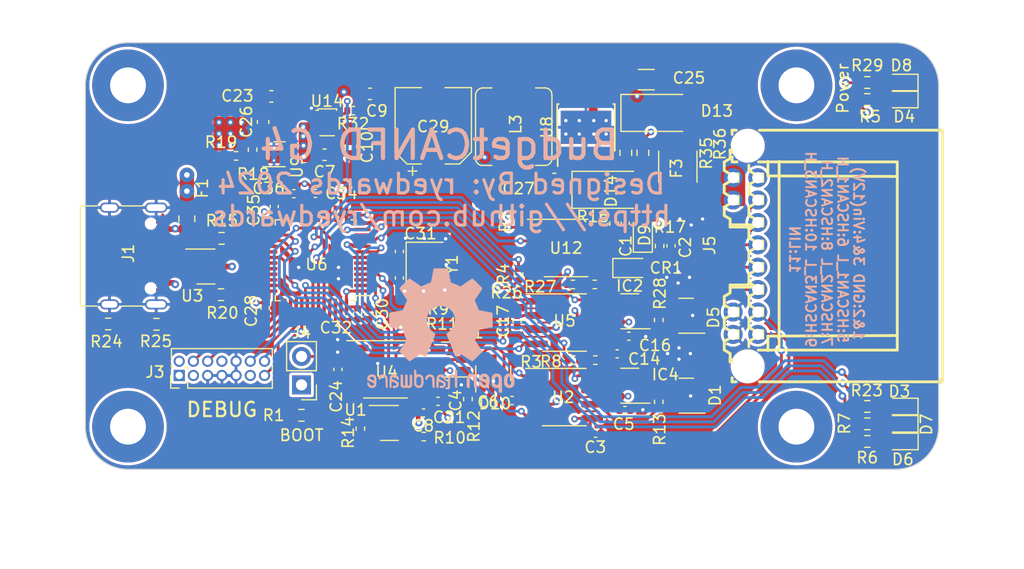
<source format=kicad_pcb>
(kicad_pcb (version 20221018) (generator pcbnew)
  (layers (0 "F.Cu" signal) (1 "In1.Cu" signal) (2 "In2.Cu" signal) (31 "B.Cu" signal) (34 "B.Paste" user) (35 "F.Paste" user) (36 "B.SilkS" user "B.Silkscreen") (37 "F.SilkS" user "F.Silkscreen") (38 "B.Mask" user) (39 "F.Mask" user) (44 "Edge.Cuts" user))
  (net 0 "")
  (net 1 "+3V3")
  (net 2 "GND")
  (net 3 "+12V")
  (net 4 "+5V")
  (net 5 "BUCK_5V")
  (net 6 "V_IN")
  (net 7 "Net-(D14-K)")
  (net 8 "HSCAN2_L")
  (net 9 "USB_5V")
  (net 10 "Net-(F1-Pad2)")
  (net 11 "NRST")
  (net 12 "SYS_T_VCP_TX")
  (net 13 "SYS_T_VCP_RX")
  (net 14 "LED_2")
  (net 15 "LED_1")
  (net 16 "USB_N")
  (net 17 "USB_P")
  (net 18 "SWDIO")
  (net 19 "LIN1_TX")
  (net 20 "LIN1_RX")
  (net 21 "LIN1_NSLP")
  (net 22 "FDCAN1_TX")
  (net 23 "Net-(U8-BOOT)")
  (net 24 "STM32_OSC_OUT")
  (net 25 "Net-(D3-A)")
  (net 26 "Net-(D4-A)")
  (net 27 "USB_IN_P")
  (net 28 "USB_IN_N")
  (net 29 "Net-(D6-A)")
  (net 30 "Net-(D7-A)")
  (net 31 "Net-(D8-A)")
  (net 32 "Net-(D9-K)")
  (net 33 "Net-(D13-A)")
  (net 34 "Net-(R15-Pad2)")
  (net 35 "Net-(R20-Pad1)")
  (net 36 "FDCAN3_TX")
  (net 37 "LIN_1")
  (net 38 "FDCAN3_RX")
  (net 39 "Net-(J1-CC1)")
  (net 41 "HSCAN2_H")
  (net 42 "Net-(J1-CC2)")
  (net 48 "HSCAN1_L")
  (net 51 "LED_3")
  (net 52 "HSCAN1_H")
  (net 53 "FDCAN2_RX")
  (net 54 "FDCAN2_TX")
  (net 55 "FDCAN1_SLEEP_EN")
  (net 56 "FDCAN1_TERM_EN")
  (net 57 "FDCAN2_SLEEP_EN")
  (net 58 "FDCAN2_TERM_EN")
  (net 59 "STM32_OSC_IN")
  (net 60 "Net-(U8-VSENSE)")
  (net 61 "FDCAN3_SLEEP_EN")
  (net 62 "FDCAN3_TERM_EN")
  (net 70 "SWCLK")
  (net 71 "FDCAN1_RX_BOOT0")
  (net 77 "HSCAN3_L")
  (net 78 "HSCAN3_H")
  (net 79 "Net-(U9-FB)")
  (net 87 "Net-(IC1-A)")
  (net 88 "Net-(IC1-C)")
  (net 89 "Net-(IC2-A)")
  (net 90 "Net-(IC2-C)")
  (net 91 "Net-(IC4-A)")
  (net 92 "Net-(U12-~{WAKE})")
  (net 94 "Net-(IC4-C)")
  (net 95 "TPS2116_STAT")
  (net 96 "Net-(U1-~{FLG})")
  (net 97 "FDCAN1_VCC")
  (footprint "LED_SMD:LED_0603_1608Metric" (layer "F.Cu") (at 185.9025 108.6866 180)
    (fp_text reference "D3")
    (fp_text value "LED_RED")
  )
  (footprint "Resistor_SMD:R_0402_1005Metric" (layer "F.Cu") (at 143.256 111.379)
    (fp_text reference "R10")
    (fp_text value "10k")
  )
  (footprint "Connector_USB:USB_C_Receptacle_Palconn_UTC16-G" (layer "F.Cu") (at 117.429 95.25 -90)
    (fp_text reference "J1")
    (fp_text value "USB_C_Receptacle_USB2.0")
  )
  (footprint "Capacitor_SMD:C_0402_1005Metric" (layer "F.Cu") (at 165.3286 94.3402 -90)
    (fp_text reference "C2")
    (fp_text value "220pF")
  )
  (footprint "Resistor_SMD:R_0402_1005Metric" (layer "F.Cu") (at 136.9314 82.2706 180)
    (fp_text reference "R32")
    (fp_text value "100k")
  )
  (footprint "Resistor_SMD:R_0603_1608Metric" (layer "F.Cu") (at 125.1966 93.6752 180)
    (fp_text reference "R15")
    (fp_text value "0R")
  )
  (footprint "Resistor_SMD:R_0402_1005Metric" (layer "F.Cu") (at 142.621 101.1174)
    (fp_text reference "R9")
    (fp_text value "1k")
  )
  (footprint "Resistor_SMD:R_0402_1005Metric" (layer "F.Cu") (at 156.6144 104.5464)
    (fp_text reference "R3")
    (fp_text value "1k")
  )
  (footprint "Capacitor_SMD:C_0603_1608Metric" (layer "F.Cu") (at 154.905 88.3748)
    (fp_text reference "C27")
    (fp_text value "0.01uF")
  )
  (footprint "Capacitor_SMD:C_0402_1005Metric" (layer "F.Cu") (at 151.5822 101.0738 -90)
    (fp_text reference "C17")
    (fp_text value "0.1uF")
  )
  (footprint "LED_SMD:LED_0603_1608Metric" (layer "F.Cu") (at 185.9025 110.236 180)
    (fp_text reference "D7")
    (fp_text value "LED_GRN")
  )
  (footprint "Package_SO:SOIC-8_3.9x4.9mm_P1.27mm" (layer "F.Cu") (at 155.8263 101.193)
    (fp_text reference "U5")
    (fp_text value "TJA1051T-3")
  )
  (footprint "Capacitor_SMD:C_1206_3216Metric" (layer "F.Cu") (at 163.1188 79.502)
    (fp_text reference "C25")
    (fp_text value "10uF")
  )
  (footprint "Capacitor_SMD:C_0402_1005Metric" (layer "F.Cu") (at 144.526 108.2294)
    (fp_text reference "C21")
    (fp_text value "0.1uF")
  )
  (footprint "Package_TO_SOT_SMD:SOT-23-5" (layer "F.Cu") (at 140.1826 110.1598)
    (fp_text reference "U1")
    (fp_text value "AP22804AW5")
  )
  (footprint "Resistor_SMD:R_0603_1608Metric" (layer "F.Cu") (at 182.8545 110.236 180)
    (fp_text reference "R7")
    (fp_text value "820R")
  )
  (footprint "Package_SO:SOIC-8_3.9x4.9mm_P1.27mm" (layer "F.Cu") (at 155.956 94.5388)
    (fp_text reference "U12")
    (fp_text value "TJA1021T")
  )
  (footprint "Capacitor_SMD:C_0603_1608Metric" (layer "F.Cu") (at 136.7536 85.471 -90)
    (fp_text reference "C10")
    (fp_text value "0.1uF")
  )
  (footprint "Fuse:Fuse_1812_4532Metric" (layer "F.Cu") (at 165.9382 87.2744 90)
    (fp_text reference "F3")
    (fp_text value "Polyfuse")
  )
  (footprint "Capacitor_SMD:C_0402_1005Metric" (layer "F.Cu") (at 137.3378 100.4062 -90)
    (fp_text reference "C30")
    (fp_text value "0.1uF")
  )
  (footprint "Resistor_SMD:R_0402_1005Metric" (layer "F.Cu") (at 156.5656 97.79)
    (fp_text reference "R26")
    (fp_text value "1k")
  )
  (footprint "Resistor_SMD:R_0603_1608Metric" (layer "F.Cu") (at 125.1458 98.7044)
    (fp_text reference "R20")
    (fp_text value "0R")
  )
  (footprint "LED_SMD:LED_0603_1608Metric" (layer "F.Cu") (at 185.9025 81.28 180)
    (fp_text reference "D4")
    (fp_text value "LED_RED")
  )
  (footprint "Capacitor_SMD:C_0402_1005Metric" (layer "F.Cu") (at 151.13 108.1532)
    (fp_text reference "C6")
    (fp_text value "0.1uF")
  )
  (footprint "Package_TO_SOT_SMD:SOT-23-5" (layer "F.Cu") (at 161.6456 106.8324 180)
    (fp_text reference "IC4")
    (fp_text value "SN74LVC1G66DBVR")
  )
  (footprint "kicad_lceda:CONN-TH_348260124" (layer "F.Cu") (at 171.975999 95.251001 90)
    (fp_text reference "J5")
    (fp_text value "348260124")
  )
  (footprint "Capacitor_SMD:C_0603_1608Metric" (layer "F.Cu") (at 134.3914 86.2076)
    (fp_text reference "C7")
    (fp_text value "0.1uF")
  )
  (footprint "MountingHole:MountingHole_3.2mm_M3_Pad_TopBottom" (layer "F.Cu") (at 116.84 80.01)
    (fp_text reference "H2")
    (fp_text value "MountingHole_Pad")
  )
  (footprint "MountingHole:MountingHole_3.2mm_M3_Pad_TopBottom" (layer "F.Cu") (at 176.53 80.01)
    (fp_text reference "H3")
    (fp_text value "MountingHole_Pad")
  )
  (footprint "Package_SO:TI_SO-PowerPAD-8_ThermalVias" (layer "F.Cu") (at 157.7374 83.7596 90)
    (fp_text reference "U8")
    (fp_text value "TPS5430DDA")
  )
  (footprint "Capacitor_SMD:C_0402_1005Metric" (layer "F.Cu") (at 133.5786 89.662)
    (fp_text reference "C34")
    (fp_text value "0.1uF")
  )
  (footprint "Capacitor_SMD:C_0402_1005Metric" (layer "F.Cu") (at 161.2138 109.0422)
    (fp_text reference "C5")
    (fp_text value "0.1uF")
  )
  (footprint "Capacitor_SMD:C_0402_1005Metric" (layer "F.Cu") (at 143.2306 109.2708)
    (fp_text reference "C8")
    (fp_text value "0.1uF")
  )
  (footprint "Package_TO_SOT_SMD:SOT-583-8" (layer "F.Cu") (at 134.62 83.312)
    (fp_text reference "U14")
    (fp_text value "TPS2116DRLR")
  )
  (footprint "Capacitor_SMD:CP_Elec_6.3x5.4" (layer "F.Cu") (at 144.0976 83.625 90)
    (fp_text reference "C29")
    (fp_text value "220uF")
  )
  (footprint "Diode_SMD:D_SOD-323" (layer "F.Cu") (at 161.7472 96.3214)
    (fp_text reference "CR1")
    (fp_text value "PESD1LIN")
  )
  (footprint "Resistor_SMD:R_0402_1005Metric" (layer "F.Cu") (at 160.2486 92.3564 -90)
    (fp_text reference "R16")
    (fp_text value "33k")
  )
  (footprint "Inductor_SMD:L_Bourns_SRP7028A_7.3x6.6mm" (layer "F.Cu") (at 151.2858 83.7012 -90)
    (fp_text reference "L3")
    (fp_text value "15uH")
  )
  (footprint "Resistor_SMD:R_0402_1005Metric" (layer "F.Cu") (at 164.2364 100.967 -90)
    (fp_text reference "R28")
    (fp_text value "120R")
  )
  (footprint "Resistor_SMD:R_0402_1005Metric" (layer "F.Cu") (at 158.5214 97.79 180)
    (fp_text reference "R27")
    (fp_text value "10k")
  )
  (footprint "Capacitor_SMD:C_0402_1005Metric" (layer "F.Cu") (at 135.5852 105.382 -90)
    (fp_text reference "C24")
    (fp_text value "0.1uF")
  )
  (footprint "Resistor_SMD:R_0603_1608Metric" (layer "F.Cu") (at 161.2934 86.038 90)
    (fp_text reference "R35")
    (fp_text value "3.24k")
  )
  (footprint "Resistor_SMD:R_0603_1608Metric" (layer "F.Cu") (at 182.86125 111.8108 180)
    (fp_text reference "R6")
    (fp_text value "820R")
  )
  (footprint "Diode_SMD:D_SOD-323" (layer "F.Cu") (at 162.814 93.2988 90)
    (fp_text reference "D9")
    (fp_text value "‎1N4448WX-TP‎")
  )
  (footprint "LED_SMD:LED_0603_1608Metric" (layer "F.Cu") (at 185.90925 111.8108 180)
    (fp_text reference "D6")
    (fp_text value "LED_BLUE")
  )
  (footprint "MountingHole:MountingHole_3.2mm_M3_Pad_TopBottom" (layer "F.Cu") (at 116.84 110.49)
    (fp_text reference "H1")
    (fp_text value "MountingHole_Pad")
  )
  (footprint "Resistor_SMD:R_0402_1005Metric" (layer "F.Cu") (at 137.5918 110.6698 90)
    (fp_text reference "R14")
    (fp_text value "6.8k")
  )
  (footprint "Capacitor_SMD:C_0402_1005Metric" (layer "F.Cu") (at 131.6482 89.6874 180)
    (fp_text reference "C36")
    (fp_text value "0.1uF")
  )
  (footprint "Package_TO_SOT_SMD:SOT-23" (layer "F.Cu") (at 166.6748 100.584 180)
    (fp_text reference "D5")
    (fp_text value "PESD2CAN_215")
  )
  (footprint "Capacitor_SMD:C_0402_1005Metric" (layer "F.Cu") (at 158.5976 111.0742)
    (fp_text reference "C3")
    (fp_text value "0.1uF")
  )
  (footprint "Fuse:Fuse_0805_2012Metric" (layer "F.Cu") (at 122.0978 91.9226 -90)
    (fp_text reference "F1")
    (fp_text value "Polyfuse")
  )
  (footprint "Resistor_SMD:R_0402_1005Metric" (layer "F.Cu") (at 127.9652 85.7504 -90)
    (fp_text reference "R18")
    (fp_text value "100k")
  )
  (footprint "Resistor_SMD:R_0603_1608Metric" (layer "F.Cu") (at 162.8174 86.038 90)
    (fp_text reference "R36")
    (fp_text value "10k")
  )
  (footprint "Resistor_SMD:R_0402_1005Metric" (layer "F.Cu") (at 158.5722 104.5464 180)
    (fp_text reference "R8")
    (fp_text value "10k")
  )
  (footprint "Resistor_SMD:R_0603_1608Metric" (layer "F.Cu") (at 182.8545 81.28 180)
    (fp_text reference "R5")
    (fp_text value "820R")
  )
  (footprint "Resistor_SMD:R_0603_1608Metric" (layer "F.Cu") (at 182.8545 108.6866 180)
    (fp_text reference "R23")
    (fp_text value "820R")
  )
  (footprint "Crystal:Crystal_SMD_3225-4Pin_3.2x2.5mm" (layer "F.Cu") (at 143.3254 96.024 -90)
    (fp_text reference "Y1")
    (fp_text value "12Mhz")
  )
  (footprint "Resistor_SMD:R_0402_1005Metric" (layer "F.Cu") (at 142.5956 102.1334 180)
    (fp_text reference "R11")
    (fp_text value "10k")
  )
  (footprint "Resistor_SMD:R_0402_1005Metric" (layer "F.Cu") (at 151.7142 92.1786 90)
    (fp_text reference "R2")
    (fp_text value "4.7k")
  )
  (footprint "Diode_SMD:D_SMA" (layer "F.Cu") (at 159.998 89.34)
    (fp_text reference "D14")
    (fp_text value "B340A")
  )
  (footprint "Resistor_SMD:R_0603_1608Metric" (layer "F.Cu") (at 115.062 101.3206)
    (fp_text reference "R24")
    (fp_text value "5.1k")
  )
  (footprint "Capacitor_SMD:C_0402_1005Metric" (layer "F.Cu") (at 141.0784 94.8478 90)
    (fp_text reference "C31")
    (fp_text value "18pF")
  )
  (footprint "Capacitor_SMD:C_0603_1608Metric" (layer "F.Cu") (at 128.905 83.2866 90)
    (fp_text reference "C26")
    (fp_text value "1uF")
  )
  (footprint "Capacitor_SMD:C_0402_1005Metric" (layer "F.Cu") (at 129.8956 90.8304 90)
    (fp_text reference "C35")
    (fp_text value "0.1uF")
  )
  (footprint "Resistor_SMD:R_0402_1005Metric" (layer "F.Cu") (at 126.492 86.3092 180)
    (fp_text reference "R19")
    (fp_text value "20k")
  )
  (footprint "Connector_PinHeader_1.27mm:PinHeader_2x07_P1.27mm_Vertical" (layer "F.Cu") (at 121.412 105.918 90)
    (fp_text reference "J3")
    (fp_text value "20021511-00014T4LF")
  )
  (footprint "Resistor_SMD:R_0603_1608Metric" (layer "F.Cu") (at 119.38 101.346 180)
    (fp_text reference "R25")
    (fp_text value "5.1k")
  )
  (footprint "Capacitor_SMD:C_0402_1005Metric" (layer "F.Cu") (at 161.2392 92.331 90)
    (fp_text reference "C1")
    (fp_text value "0.1uF")
  )
  (footprint "Capacitor_SMD:C_0402_1005Metric" (layer "F.Cu") (at 129.0828 99.8982 -90)
    (fp_text reference "C28")
    (fp_text value "0.1uF")
  )
  (footprint "Resistor_SMD:R_0402_1005Metric" (layer "F.Cu") (at 164.2364 108.2802 -90)
    (fp_text reference "R13")
    (fp_text value "120R")
  )
  (footprint "MountingHole:MountingHole_3.2mm_M3_Pad_TopBottom" (layer "F.Cu") (at 176.53 110.49)
    (fp_text reference "H4")
    (fp_text value "MountingHole_Pad")
  )
  (footprint "Connector_PinHeader_2.54mm:PinHeader_1x02_P2.54mm_Vertical" (layer "F.Cu") (at 132.334 106.7612 180)
    (fp_text reference "J4")
    (fp_text value "Conn_01x02")
  )
  (footprint "Capacitor_SMD:C_0603_1608Metric" (layer "F.Cu") (at 129.6416 81.0006 180)
    (fp_text reference "C23")
    (fp_text value "1uF")
  )
  (footprint "Capacitor_SMD:C_0402_1005Metric" (layer "F.Cu") (at 145.3642 106.7054)
    (fp_text reference "C4")
    (fp_text value "0.1uF")
  )
  (footprint "Package_TO_SOT_SMD:SOT-23-6" (layer "F.Cu") (at 123.7996 96.1898)
    (fp_text reference "U3")
    (fp_text value "USBLC6-2SC6")
  )
  (footprint "Package_SO:SOIC-8_3.9x4.9mm_P1.27mm" (layer "F.Cu") (at 155.8059 107.8484)
    (fp_text reference "U2")
    (fp_text value "TJA1051T-3")
  )
  (footprint "Capacitor_SMD:C_0402_1005Metric" (layer "F.Cu") (at 161.5694 102.4128)
    (fp_text reference "C16")
    (fp_text value "0.1uF")
  )
  (footprint "Diode_SMD:D_SMA" (layer "F.Cu") (at 164.37 82.4738)
    (fp_text reference "D13")
    (fp_text value "S1G 400V 1A")
  )
  (footprint "Capacitor_SMD:C_0402_1005Metric" (layer "F.Cu") (at 160.528 103.9876)
    (fp_text reference "C14")
    (fp_text value "0.1uF")
  )
  (footprint "Resistor_SMD:R_0402_1005Metric" (layer "F.Cu") (at 147.193 108.0262 -90)
    (fp_text reference "R12")
    (fp_text value "120R")
  )
  (footprint "LED_SMD:LED_0603_1608Metric" (layer "F.Cu") (at 185.9025 79.756 180)
    (fp_text reference "D8")
    (fp_text value "LED_RED")
  )
  (footprint "Capacitor_SMD:C_0402_1005Metric" (layer "F.Cu") (at 141.0784 97.21 -90)
    (fp_text reference "C33")
    (fp_text value "18pF")
  )
  (footprint "Package_TO_SOT_SMD:SOT-23" (layer "F.Cu") (at 166.6979 107.7214 180)
    (fp_text reference "D1")
    (fp_text value "PESD2CAN_215")
  )
  (footprint "Resistor_SMD:R_0603_1608Metric" (layer "F.Cu") (at 132.334 109.474 180)
    (fp_text reference "R1")
    (fp_text value "100k")
  )
  (footprint "Package_TO_SOT_SMD:SOT-23-5" (layer "F.Cu") (at 145.6436 104.4956 180)
    (fp_text reference "IC1")
    (fp_text value "SN74LVC1G66DBVR")
  )
  (footprint "Package_SO:SOIC-8_3.9x4.9mm_P1.27mm" (layer "F.Cu") (at 139.8293 105.3692)
    (fp_text reference "U4")
    (fp_text value "TJA1051T-3")
  )
  (footprint "Package_SON:WSON-6-1EP_2x2mm_P0.65mm_EP1x1.6mm_ThermalVias" (layer "F.Cu") (at 129.8717 86.1652)
    (fp_text reference "U9")
    (fp_text value "TLV75901PDRVR")
  )
  (footprint "Resistor_SMD:R_0603_1608Metric" (layer "F.Cu") (at 182.8545 79.756 180)
    (fp_text reference "R29")
    (fp_text value "2.2k")
  )
  (footprint "Package_TO_SOT_SMD:SOT-23-5" (layer "F.Cu") (at 161.6511 100.1878 180)
    (fp_text reference "IC2")
    (fp_text value "SN74LVC1G66DBVR")
  )
  (footprint "Capacitor_SMD:C_0402_1005Metric" (layer "F.Cu") (at 138.3538 100.4062 -90)
    (fp_text reference "C32")
    (fp_text value "0.1uF")
  )
  (footprint "Capacitor_SMD:C_0603_1608Metric" (layer "F.Cu") (at 138.443 80.772)
    (fp_text reference "C9")
    (fp_text value "4.7uF")
  )
  (footprint "Package_QFP:LQFP-48_7x7mm_P0.5mm" (layer "F.Cu") (at 133.604 95.631 180)
    (fp_text reference "U6")
    (fp_text value "STM32G473CBTx")
  )
  (footprint "Resistor_SMD:R_0402_1005Metric" (layer "F.Cu") (at 151.7142 96.903 -90)
    (fp_text reference "R4")
    (fp_text value "4.7k")
  )
  (footprint "Resistor_SMD:R_0402_1005Metric" (layer "F.Cu") (at 164.3126 94.3656 -90)
    (fp_text reference "R17")
    (fp_text value "1k")
  )
  (footprint "Package_TO_SOT_SMD:SOT-23" (layer "F.Cu") (at 149.4536 105.7148 90)
    (fp_text reference "D10")
    (fp_text value "PESD2CAN_215")
  )
  (footprint "Symbol:OSHW-Logo2_14.6x12mm_SilkScreen" (layer "B.Cu") (at 144.78 101.9048 180)
    (fp_text reference "REF**" hide)
    (fp_text value "OSHW-Logo2_14.6x12mm_SilkScreen" hide)
  )
  (gr_arc (start 113.03 80.01) (mid 114.145923 77.315923) (end 116.84 76.2) (stroke (width 0.1)) (layer "Edge.Cuts"))
  (gr_line (start 116.84 76.2) (end 185.42 76.2) (stroke (width 0.1)) (layer "Edge.Cuts"))
  (gr_line (start 189.23 80.01) (end 189.23 110.49) (stroke (width 0.1)) (layer "Edge.Cuts"))
  (gr_arc (start 185.42 76.2) (mid 188.114077 77.315923) (end 189.23 80.01) (stroke (width 0.1)) (layer "Edge.Cuts"))
  (gr_arc (start 116.84 114.3) (mid 114.145923 113.184077) (end 113.03 110.49) (stroke (width 0.1)) (layer "Edge.Cuts"))
  (gr_line (start 113.03 110.49) (end 113.03 80.01) (stroke (width 0.1)) (layer "Edge.Cuts"))
  (gr_arc (start 189.23 110.49) (mid 188.114077 113.184077) (end 185.42 114.3) (stroke (width 0.1)) (layer "Edge.Cuts"))
  (gr_line (start 185.42 114.3) (end 116.84 114.3) (stroke (width 0.1)) (layer "Edge.Cuts"))
  (gr_text "Designed By: ryedwards 2024\nhttps://github.com/ryedwards" (at 144.8054 90.2462) (layer "B.SilkS") (effects (font (size 1.778 1.778) (thickness 0.2794)) (justify mirror)))
  (gr_text "1&2:GND 3&4:Vin(12V) \n5:HSCAN1_L 6:HSCAN1_H\n7:HSCAN2_L 8:HSCAN2_H \n9:HSCAN3_L 10:HSCAN3_H\n11:LIN" (at 179.2224 94.6658 270) (layer "B.SilkS") (effects (font (size 0.889 0.889) (thickness 0.1778)) (justify mirror)))
  (gr_text "BudgetCANFD G4" (at 144.6276 85.344) (layer "B.SilkS") (effects (font (size 2.54 2.54) (thickness 0.381)) (justify mirror)))
  (gr_text "DEBUG" (at 125.222 108.966) (layer "F.SilkS") (effects (font (size 1.27 1.27) (thickness 0.2032))))
  (gr_text "Power" (at 180.6702 80.2894 90) (layer "F.SilkS") (effects (font (size 1.016 1.016) (thickness 0.1524))))
  (gr_text "BOOT" (at 132.334 111.252) (layer "F.SilkS") (effects (font (size 1.016 1.016) (thickness 0.1524))))
  (segment (start 141.329301 107.2742) (end 142.3043 107.2742) (width 0.254) (layer "F.Cu") (net 1))
  (segment (start 130.0537 91.4685) (end 129.8956 91.3104) (width 0.254) (layer "F.Cu") (net 1))
  (segment (start 133.0986 89.662) (end 132.854 89.9066) (width 0.254) (layer "F.Cu") (net 1))
  (segment (start 132.9182 88.7984) (end 133.0986 88.9788) (width 0.254) (layer "F.Cu") (net 1))
  (segment (start 132.854 89.9066) (end 132.854 91.4685) (width 0.254) (layer "F.Cu") (net 1))
  (segment (start 144.8842 106.7054) (end 144.5006 106.3218) (width 0.254) (layer "F.Cu") (net 1))
  (segment (start 129.0828 99.3902) (end 129.4415 99.0315) (width 0.254) (layer "F.Cu") (net 1))
  (segment (start 140.7668 104.026701) (end 140.7668 106.711699) (width 0.254) (layer "F.Cu") (net 1))
  (segment (start 132.6134 88.7984) (end 132.9182 88.7984) (width 0.254) (layer "F.Cu") (net 1))
  (segment (start 129.8956 91.3104) (end 129.0294 91.3104) (width 0.254) (layer "F.Cu") (net 1))
  (segment (start 142.3043 107.2742) (end 143.0908 107.2742) (width 0.254) (layer "F.Cu") (net 1))
  (segment (start 136.3912 98.381) (end 136.3472 98.425) (width 0.254) (layer "F.Cu") (net 1))
  (segment (start 156.7688 109.7534) (end 158.2809 109.7534) (width 0.254) (layer "F.Cu") (net 1))
  (segment (start 156.9466 102.235) (end 157.6776 102.966) (width 0.254) (layer "F.Cu") (net 1))
  (segment (start 144.5061 105.4456) (end 145.5522 105.4456) (width 0.254) (layer "F.Cu") (net 1))
  (segment (start 160.5136 101.1378) (end 160.5136 101.837) (width 0.254) (layer "F.Cu") (net 1))
  (segment (start 136.3472 98.425) (end 136.3472 99.7867) (width 0.254) (layer "F.Cu") (net 1))
  (segment (start 145.5522 105.4456) (end 145.5928 105.4862) (width 0.254) (layer "F.Cu") (net 1))
  (segment (start 129.032 91.313) (end 129.159 91.313) (width 0.254) (layer "F.Cu") (net 1))
  (segment (start 132.354 91.4685) (end 132.854 91.4685) (width 0.254) (layer "F.Cu") (net 1))
  (segment (start 140.7668 106.711699) (end 141.329301 107.2742) (width 0.254) (layer "F.Cu") (net 1))
  (segment (start 182.8292 82.423) (end 182.0295 81.6233) (width 0.254) (layer "F.Cu") (net 1))
  (segment (start 156.7434 100.1268) (end 156.9466 100.33) (width 0.254) (layer "F.Cu") (net 1))
  (segment (start 136.3472 99.7867) (end 136.354 99.7935) (width 0.254) (layer "F.Cu") (net 1))
  (segment (start 137.7665 99.3389) (end 138.3538 99.9262) (width 0.254) (layer "F.Cu") (net 1))
  (segment (start 142.3043 103.4642) (end 141.329301 103.4642) (width 0.254) (layer "F.Cu") (net 1))
  (segment (start 137.2051 99.7935) (end 137.3378 99.9262) (width 0.254) (layer "F.Cu") (net 1))
  (segment (start 145.3896 109.6772) (end 145.3896 109.603599) (width 0.254) (layer "F.Cu") (net 1))
  (segment (start 132.354 89.9132) (end 132.354 91.4685) (width 0.254) (layer "F.Cu") (net 1))
  (segment (start 158.1176 109.9167) (end 158.1176 111.0742) (width 0.254) (layer "F.Cu") (net 1))
  (segment (start 150.8252 91.6686) (end 151.7142 91.6686) (width 0.254) (layer "F.Cu") (net 1))
  (segment (start 160.5136 101.837) (end 161.0894 102.4128) (width 0.254) (layer "F.Cu") (net 1))
  (segment (start 136.354 99.7935) (end 137.2051 99.7935) (width 0.254) (layer "F.Cu") (net 1))
  (segment (start 144.5006 106.3218) (end 144.5006 105.4511) (width 0.254) (layer "F.Cu") (net 1))
  (segment (start 156.9466 100.33) (end 156.9466 102.235) (width 0.254) (layer "F.Cu") (net 1))
  (segment (start 182.0295 81.6233) (end 182.0295 81.28) (width 0.254) (layer "F.Cu") (net 1))
  (segment (start 141.329301 103.4642) (end 140.7668 104.026701) (width 0.254) (layer "F.Cu") (net 1))
  (segment (start 142.3043 103.4642) (end 142.3339 103.4938) (width 0.254) (layer "F.Cu") (net 1))
  (segment (start 145.3896 109.603599) (end 144.046 108.259999) (width 0.254) (layer "F.Cu") (net 1))
  (segment (start 133.0986 88.9788) (end 133.0986 89.662) (width 0.254) (layer "F.Cu") (net 1))
  (segment (start 160.7338 108.0081) (end 160.5081 107.7824) (width 0.254) (layer "F.Cu") (net 1))
  (segment (start 160.7338 109.0422) (end 160.7338 108.0081) (width 0.254) (layer "F.Cu") (net 1))
  (segment (start 161.5694 101.1428) (end 161.5644 101.1378) (width 0.254) (layer "F.Cu") (net 1))
  (segment (start 149.873153 98.081647) (end 151.045553 98.081647) (width 0.254) (layer "F.Cu") (net 1))
  (segment (start 132.1282 88.8772) (end 132.1282 89.6874) (width 0.254) (layer "F.Cu") (net 1))
  (segment (start 137.7665 98.381) (end 136.3912 98.381) (width 0.254) (layer "F.Cu") (net 1))
  (segment (start 159.1584 103.098) (end 160.048 103.9876) (width 0.254) (layer "F.Cu") (net 1))
  (segment (start 128.3182 99.4182) (end 129.0828 99.4182) (width 0.254) (layer "F.Cu") (net 1))
  (segment (start 160.5136 101.1378) (end 161.5644 101.1378) (width 0.254) (layer "F.Cu") (net 1))
  (segment (start 158.3013 103.098) (end 159.1584 103.098) (width 0.254) (layer "F.Cu") (net 1))
  (segment (start 156.718 109.8042) (end 156.7688 109.7534) (width 0.254) (layer "F.Cu") (net 1))
  (segment (start 132.1282 89.6874) (end 132.354 89.9132) (width 0.254) (layer "F.Cu") (net 1))
  (segment (start 160.048 103.9876) (end 160.0809 103.9547) (width 0.254) (layer "F.Cu") (net 1))
  (segment (start 129.4415 99.0315) (end 129.4415 98.381) (width 0.254) (layer "F.Cu") (net 1))
  (segment (start 130.854 91.4685) (end 130.0537 91.4685) (width 0.254) (layer "F.Cu") (net 1))
  (segment (start 129.0066 91.2876) (end 129.032 91.313) (width 0.254) (layer "F.Cu") (net 1))
  (segment (start 143.0908 107.2742) (end 144.046 108.2294) (width 0.254) (layer "F.Cu") (net 1))
  (segment (start 128.2954 99.441) (end 128.3182 99.4182) (width 0.254) (layer "F.Cu") (net 1))
  (segment (start 129.0828 99.4182) (end 129.0828 99.3902) (width 0.254) (layer "F.Cu") (net 1))
  (segment (start 150.7998 91.694) (end 150.8252 91.6686) (width 0.254) (layer "F.Cu") (net 1))
  (segment (start 132.207 88.7984) (end 132.1282 88.8772) (width 0.254) (layer "F.Cu") (net 1))
  (segment (start 144.5006 105.4511) (end 144.5061 105.4456) (width 0.254) (layer "F.Cu") (net 1))
  (segment (start 137.7665 98.381) (end 137.7665 99.3389) (width 0.254) (layer "F.Cu") (net 1))
  (segment (start 158.2809 109.7534) (end 158.1176 109.9167) (width 0.254) (layer "F.Cu") (net 1))
  (segment (start 151.045553 98.081647) (end 151.7142 97.413) (width 0.254) (layer "F.Cu") (net 1))
  (segment (start 144.046 108.259999) (end 144.046 108.2294) (width 0.254) (layer "F.Cu") (net 1))
  (segment (start 132.6134 88.7984) (end 132.207 88.7984) (width 0.254) (layer "F.Cu") (net 1))
  (segment (start 160.5081 107.7824) (end 161.483 107.7824) (width 0.254) (layer "F.Cu") (net 1))
  (segment (start 129.0294 91.3104) (end 129.0066 91.2876) (width 0.254) (layer "F.Cu") (net 1))
  (segment (start 157.6776 102.966) (end 158.3013 102.966) (width 0.254) (layer "F.Cu") (net 1))
  (via (at 129.0066 91.2876) (size 0.6) (drill 0.3) (layers "F.Cu" "B.Cu") (net 1))
  (via (at 127 83.312) (size 0.6) (drill 0.3) (layers "F.Cu" "B.Cu") (net 1))
  (via (at 124.968 84.328) (size 0.6) (drill 0.3) (layers "F.Cu" "B.Cu") (net 1))
  (via (at 124.968 85.344) (size 0.6) (drill 0.3) (layers "F.Cu" "B.Cu") (net 1))
  (via (at 125.984 83.312) (size 0.6) (drill 0.3) (layers "F.Cu" "B.Cu") (net 1))
  (via (at 125.984 84.328) (size 0.6) (drill 0.3) (layers "F.Cu" "B.Cu") (net 1))
  (via (at 145.3896 109.6772) (size 0.6) (drill 0.3) (layers "F.Cu" "B.Cu") (net 1))
  (via (at 156.718 109.8042) (size 0.6) (drill 0.3) (layers "F.Cu" "B.Cu") (net 1))
  (via (at 182.8292 82.423) (size 0.6858) (drill 0.3302) (layers "F.Cu" "B.Cu") (net 1))
  (via (at 127 84.328) (size 0.6) (drill 0.3) (layers "F.Cu" "B.Cu") (net 1))
  (via (at 149.873153 98.081647) (size 0.6) (drill 0.3) (layers "F.Cu" "B.Cu") (net 1))
  (via (at 125.984 85.344) (size 0.6) (drill 0.3) (layers "F.Cu" "B.Cu") (net 1))
  (via (at 132.6134 88.7984) (size 0.6) (drill 0.3) (layers "F.Cu" "B.Cu") (net 1))
  (via (at 156.7434 100.1268) (size 0.6) (drill 0.3) (layers "F.Cu" "B.Cu") (net 1))
  (via (at 136.3472 98.425) (size 0.6) (drill 0.3) (layers "F.Cu" "B.Cu") (net 1))
  (via (at 128.2954 99.441) (size 0.6) (drill 0.3) (layers "F.Cu" "B.Cu") (net 1))
  (via (at 161.5694 101.1428) (size 0.6) (drill 0.3) (layers "F.Cu" "B.Cu") (net 1))
  (via (at 124.968 83.312) (size 0.6) (drill 0.3) (layers "F.Cu" "B.Cu") (net 1))
  (via (at 145.5928 105.4862) (size 0.6) (drill 0.3) (layers "F.Cu" "B.Cu") (net 1))
  (via (at 161.4932 107.7722) (size 0.6) (drill 0.3) (layers "F.Cu" "B.Cu") (net 1))
  (via (at 150.7998 91.694) (size 0.6) (drill 0.3) (layers "F.Cu" "B.Cu") (net 1))
  (segment (start 137.3543 104.7342) (end 135.753 104.7342) (width 0.254) (layer "F.Cu") (net 2))
  (segment (start 141.0784 94.3678) (end 141.0784 94.1562) (width 0.4064) (layer "F.Cu") (net 2))
  (segment (start 145.2812 95.9986) (end 145.2558 96.024) (width 0.4064) (layer "F.Cu") (net 2))
  (segment (start 145.2558 96.024) (end 145.2812 96.0494) (width 0.4064) (layer "F.Cu") (net 2))
  (segment (start 141.4966 98.3862) (end 141.0784 97.968) (width 0.4064) (layer "F.Cu") (net 2))
  (segment (start 145.1288 98.3608) (end 145.1034 98.3862) (width 0.4064) (layer "F.Cu") (net 2))
  (segment (start 145.1288 98.2846) (end 145.1288 98.3608) (width 0.4064) (layer "F.Cu") (net 2))
  (segment (start 143.2238 98.3862) (end 141.5474 98.3862) (width 0.4064) (layer "F.Cu") (net 2))
  (segment (start 135.26 86.114) (end 135.1664 86.2076) (width 0.254) (layer "F.Cu") (net 2))
  (segment (start 158.3724 83.1246) (end 157.7374 83.7596) (width 0.8128) (layer "F.Cu") (net 2))
  (segment (start 141.5474 93.6872) (end 141.5982 93.6872) (width 0.4064) (layer "F.Cu") (net 2))
  (segment (start 145.1034 98.3862) (end 143.2238 98.3862) (width 0.4064) (layer "F.Cu") (net 2))
  (segment (start 141.5474 98.3862) (end 141.4966 98.3862) (width 0.4064) (layer "F.Cu") (net 2))
  (segment (start 145.2812 98.2084) (end 145.205 98.2846) (width 0.4064) (layer "F.Cu") (net 2))
  (segment (start 141.649 93.6872) (end 143.3 93.6872) (width 0.4064) (layer "F.Cu") (net 2))
  (segment (start 135.753 104.7342) (end 135.5852 104.902) (width 0.254) (layer "F.Cu") (net 2))
  (segment (start 141.6236 93.6618) (end 141.649 93.6872) (width 0.4064) (layer "F.Cu") (net 2))
  (segment (start 145.2812 96.0494) (end 145.2812 98.2084) (width 0.4064) (layer "F.Cu") (net 2))
  (segment (start 145.2812 93.865) (end 145.2812 95.9986) (width 0.4064) (layer "F.Cu") (net 2))
  (segment (start 145.205 98.2846) (end 145.1288 98.2846) (width 0.4064) (layer "F.Cu") (net 2))
  (segment (start 141.0784 94.1562) (end 141.5474 93.6872) (width 0.4064) (layer "F.Cu") (net 2))
  (segment (start 141.5982 93.6872) (end 141.6236 93.6618) (width 0.4064) (layer "F.Cu") (net 2))
  (segment (start 133.98 84.062) (end 135.26 84.062) (width 0.254) (layer "F.Cu") (net 2))
  (segment (start 145.1288 93.7126) (end 145.205 93.7126) (width 0.4064) (layer "F.Cu") (net 2))
  (segment (start 133.223 82.042) (end 133.743 82.562) (width 0.254) (layer "F.Cu") (net 2))
  (segment (start 145.205 93.7888) (end 145.2812 93.865) (width 0.4064) (layer "F.Cu") (net 2))
  (segment (start 145.205 93.7126) (end 145.205 93.7888) (width 0.4064) (layer "F.Cu") (net 2))
  (segment (start 141.0784 97.968) (end 141.0784 97.69) (width 0.4064) (layer "F.Cu") (net 2))
  (segment (start 133.743 82.562) (end 133.98 82.562) (width 0.254) (layer "F.Cu") (net 2))
  (segment (start 143.3 93.6872) (end 145.1034 93.6872) (width 0.4064) (layer "F.Cu") (net 2))
  (segment (start 135.26 84.062) (end 135.26 86.114) (width 0.254) (layer "F.Cu") (net 2))
  (segment (start 158.3724 81.0596) (end 158.3724 83.1246) (width 0.8128) (layer "F.Cu") (net 2))
  (segment (start 145.1034 93.6872) (end 145.1288 93.7126) (width 0.4064) (layer "F.Cu") (net 2))
  (via (at 135.5598 103.8352) (size 0.6) (drill 0.3) (layers "F.Cu" "B.Cu") (net 2))
  (via (at 167.0558 103.9622) (size 0.6) (drill 0.3) (layers "F.Cu" "B.Cu") (net 2))
  (via (at 166.116 91.948) (size 0.6) (drill 0.3) (layers "F.Cu" "B.Cu") (net 2))
  (via (at 139.1412 104.8512) (size 0.6) (drill 0.3) (layers "F.Cu" "B.Cu") (net 2))
  (via (at 166.0398 103.4542) (size 0.6) (drill 0.3) (layers "F.Cu" "B.Cu") (net 2))
  (via (at 132.08 96.266) (size 0.6) (drill 0.3) (layers "F.Cu" "B.Cu") (net 2))
  (via (at 166.9796 97.155) (size 0.6) (drill 0.3) (layers "F.Cu" "B.Cu") (net 2))
  (via (at 143.2238 98.3862) (size 0.6) (drill 0.3) (layers "F.Cu" "B.Cu") (net 2))
  (via (at 141.6236 93.6618) (size 0.6) (drill 0.3) (layers "F.Cu" "B.Cu") (net 2))
  (via (at 164.9476 97.155) (size 0.6) (drill 0.3) (layers "F.Cu" "B.Cu") (net 2))
  (via (at 165.9636 97.663) (size 0.6) (drill 0.3) (layers "F.Cu" "B.Cu") (net 2))
  (via (at 166.0398 104.4702) (size 0.6) (drill 0.3) (layers "F.Cu" "B.Cu") (net 2))
  (via (at 143.3 93.6872) (size 0.6) (drill 0.3) (layers "F.Cu" "B.Cu") (net 2))
  (via (at 168.148 91.948) (size 0.6) (drill 0.3) (layers "F.Cu" "B.Cu") (net 2))
  (via (at 149.479 106.426) (size 0.6) (drill 0.3) (layers "F.Cu" "B.Cu") (net 2))
  (via (at 146.6088 106.7562) (size 0.6) (drill 0.3) (layers "F.Cu" "B.Cu") (net 2))
  (via (at 167.259 100.5586) (size 0.6) (drill 0.3) (layers "F.Cu" "B.Cu") (net 2))
  (via (at 165.9636 96.647) (size 0.6) (drill 0.3) (layers "F.Cu" "B.Cu") (net 2))
  (via (at 145.205 93.7126) (size 0.6) (drill 0.3) (layers "F.Cu" "B.Cu") (net 2))
  (via (at 133.223 82.042) (size 0.6) (drill 0.3) (layers "F.Cu" "B.Cu") (net 2))
  (via (at 167.0812 107.7468) (size 0.6) (drill 0.3) (layers "F.Cu" "B.Cu") (net 2))
  (via (at 145.1288 98.2846) (size 0.6) (drill 0.3) (layers "F.Cu" "B.Cu") (net 2))
  (via (at 135.636 96.266) (size 0.6) (drill 0.3) (layers "F.Cu" "B.Cu") (net 2))
  (via (at 165.0238 103.9622) (size 0.6) (drill 0.3) (layers "F.Cu" "B.Cu") (net 2))
  (via (at 145.2558 96.024) (size 0.6) (drill 0.3) (layers "F.Cu" "B.Cu") (net 2))
  (via (at 135.5598 102.7176) (size 0.6) (drill 0.3) (layers "F.Cu" "B.Cu") (net 2))
  (via (at 162.814 108.9804) (size 0.6) (drill 0.3) (layers "F.Cu" "B.Cu") (net 2))
  (via (at 141.5474 98.3862) (size 0.6) (drill 0.3) (layers "F.Cu" "B.Cu") (net 2))
  (via (at 163.068 102.4382) (size 0.6) (drill 0.3) (layers "F.Cu" "B.Cu") (net 2))
  (via (at 135.636 97.282) (size 0.6) (drill 0.3) (layers "F.Cu" "B.Cu") (net 2))
  (via (at 167.132 92.4814) (size 0.6) (drill 0.3) (layers "F.Cu" "B.Cu") (net 2))
  (segment (start 182.0041 79.7814) (end 182.0295 79.756) (width 0.254) (layer "F.Cu") (net 3))
  (segment (start 161.9964 92.8664) (end 162.814 92.0488) (width 0.254) (layer "F.Cu") (net 3))
  (segment (start 180.9242 79.7814) (end 182.0041 79.7814) (width 0.254) (layer "F.Cu") (net 3))
  (segment (start 163.9562 92.0488) (end 164.2618 92.3544) (width 0.254) (layer "F.Cu") (net 3))
  (segment (start 160.2486 92.8664) (end 161.9964 92.8664) (width 0.254) (layer "F.Cu") (net 3))
  (segment (start 159.2346 93.8804) (end 160.2486 92.8664) (width 0.254) (layer "F.Cu") (net 3))
  (segment (start 162.814 92.0488) (end 163.9562 92.0488) (width 0.254) (layer "F.Cu") (net 3))
  (segment (start 158.581 93.8804) (end 159.2346 93.8804) (width 0.254) (layer "F.Cu") (net 3))
  (via (at 180.9242 79.7814) (size 0.6858) (drill 0.3302) (layers "F.Cu" "B.Cu") (net 3))
  (via (at 164.2618 92.3544) (size 0.6) (drill 0.3) (layers "F.Cu" "B.Cu") (net 3))
  (via (at 162.306 80.9752) (size 0.6) (drill 0.3) (layers "F.Cu" "B.Cu") (net 3))
  (segment (start 151.5618 108.072) (end 151.9732 108.4834) (width 0.254) (layer "F.Cu") (net 4))
  (segment (start 153.3513 101.696) (end 154.971 101.696) (width 0.254) (layer "F.Cu") (net 4))
  (segment (start 151.5822 101.5538) (end 153.2091 101.5538) (width 0.254) (layer "F.Cu") (net 4))
  (segment (start 151.9732 108.4834) (end 154.8384 108.4834) (width 0.254) (layer "F.Cu") (net 4))
  (segment (start 141.3201 109.2098) (end 142.6896 109.2098) (width 0.4064) (layer "F.Cu") (net 4))
  (segment (start 142.7506 109.2708) (end 142.7506 110.086192) (width 0.4064) (layer "F.Cu") (net 4))
  (segment (start 142.7506 110.086192) (end 142.798804 110.134396) (width 0.4064) (layer "F.Cu") (net 4))
  (segment (start 154.971 101.696) (end 155.067 101.6) (width 0.254) (layer "F.Cu") (net 4))
  (segment (start 153.2091 101.5538) (end 153.3513 101.696) (width 0.254) (layer "F.Cu") (net 4))
  (segment (start 154.8384 108.4834) (end 155.0924 108.2294) (width 0.254) (layer "F.Cu") (net 4))
  (segment (start 142.6896 109.2098) (end 142.7506 109.2708) (width 0.4064) (layer "F.Cu") (net 4))
  (via (at 136.118458 80.600741) (size 0.6858) (drill 0.3302) (layers "F.Cu" "B.Cu") (net 4))
  (via (at 142.798804 110.134396) (size 0.6858) (drill 0.3302) (layers "F.Cu" "B.Cu") (net 4))
  (via (at 155.067 101.6) (size 0.6858) (drill 0.3302) (layers "F.Cu" "B.Cu") (net 4))
  (via (at 155.0924 108.2294) (size 0.6858) (drill 0.3302) (layers "F.Cu" "B.Cu") (net 4))
  (segment (start 162.8174 84.8834) (end 163.5252 84.1756) (width 0.254) (layer "F.Cu") (net 5))
  (segment (start 163.5252 84.1756) (end 163.4998 84.201) (width 0.254) (layer "F.Cu") (net 5))
  (segment (start 162.8174 85.213) (end 162.8174 84.8834) (width 0.254) (layer "F.Cu") (net 5))
  (via (at 163.5252 84.1756) (size 0.6) (drill 0.3) (layers "F.Cu" "B.Cu") (net 5))
  (via (at 148.6916 86.4362) (size 0.6) (drill 0.3) (layers "F.Cu" "B.Cu") (net 5))
  (segment (start 173.0698 98.2472) (end 170.1546 98.2472) (width 0.254) (layer "F.Cu") (net 8))
  (segment (start 158.2809 108.4834) (end 158.877 108.4834) (width 0.254) (layer "F.Cu") (net 8))
  (segment (start 170.1546 98.2472) (end 169.5958 98.806) (width 0.254) (layer "F.Cu") (net 8))
  (segment (start 169.5958 98.806) (end 169.5958 107.3912) (width 0.254) (layer "F.Cu") (net 8))
  (segment (start 163.2224 109.8042) (end 164.2364 108.7902) (width 0.254) (layer "F.Cu") (net 8))
  (segment (start 158.877 108.4834) (end 160.1978 109.8042) (width 0.254) (layer "F.Cu") (net 8))
  (segment (start 169.5958 107.3912) (end 168.1968 108.7902) (width 0.254) (layer "F.Cu") (net 8))
  (segment (start 168.1968 108.7902) (end 164.2364 108.7902) (width 0.254) (layer "F.Cu") (net 8))
  (segment (start 173.075999 98.241001) (end 173.0698 98.2472) (width 0.254) (layer "F.Cu") (net 8))
  (segment (start 160.1978 109.8042) (end 163.2224 109.8042) (width 0.254) (layer "F.Cu") (net 8))
  (segment (start 126.1364 96.1898) (end 126.1618 96.1898) (width 0.508) (layer "F.Cu") (net 9))
  (segment (start 122.0978 88.011) (end 122.0978 89.4588) (width 1.27) (layer "F.Cu") (net 9))
  (segment (start 126.1364 96.1898) (end 124.9371 96.1898) (width 0.508) (layer "F.Cu") (net 9))
  (segment (start 122.0978 90.9851) (end 122.0978 89.4588) (width 1.27) (layer "F.Cu") (net 9))
  (via (at 132.4864 83.7184) (size 0.6858) (drill 0.3302) (layers "F.Cu" "B.Cu") (net 9))
  (via (at 122.0978 89.4588) (size 1.3128) (drill 0.5) (layers "F.Cu" "B.Cu") (net 9))
  (via (at 132.5372 86.36) (size 0.6858) (drill 0.3302) (layers "F.Cu" "B.Cu") (net 9))
  (via (at 122.0978 88.011) (size 1.3128) (drill 0.5) (layers "F.Cu" "B.Cu") (net 9))
  (via (at 132.4864 84.5566) (size 0.6858) (drill 0.3302) (layers "F.Cu" "B.Cu") (net 9))
  (via (at 132.5118 85.3948) (size 0.6858) (drill 0.3302) (layers "F.Cu" "B.Cu") (net 9))
  (via (at 126.1364 96.1898) (size 0.6858) (drill 0.3302) (layers "F.Cu" "B.Cu") (net 9))
  (segment (start 121.018 92.85) (end 121.0564 92.8116) (width 0.508) (layer "F.Cu") (net 10))
  (segment (start 120.927 97.65) (end 119.939 97.65) (width 0.508) (layer "F.Cu") (net 10))
  (segment (start 121.0564 97.7794) (end 120.927 97.65) (width 0.508) (layer "F.Cu") (net 10))
  (segment (start 119.939 92.85) (end 121.018 92.85) (width 0.508) (layer "F.Cu") (net 10))
  (segment (start 121.0948 92.85) (end 122.0877 92.85) (width 0.508) (layer "F.Cu") (net 10))
  (segment (start 121.0564 92.8116) (end 121.0948 92.85) (width 0.508) (layer "F.Cu") (net 10))
  (segment (start 122.0877 92.85) (end 122.0978 92.8601) (width 0.508) (layer "F.Cu") (net 10))
  (via (at 121.0564 92.8116) (size 0.6858) (drill 0.3302) (layers "F.Cu" "B.Cu") (net 10))
  (via (at 121.0564 97.7794) (size 0.6858) (drill 0.3302) (layers "F.Cu" "B.Cu") (net 10))
  (segment (start 131.8514 92.7608) (end 133.980518 92.7608) (width 0.254) (layer "F.Cu") (net 11))
  (segment (start 133.980518 92.7608) (end 136.600718 95.381) (width 0.254) (layer "F.Cu") (net 11))
  (segment (start 136.600718 95.381) (end 137.7665 95.381) (width 0.254) (layer "F.Cu") (net 11))
  (via (at 131.8514 92.7608) (size 0.6) (drill 0.3) (layers "F.Cu" "B.Cu") (net 11))
  (segment (start 131.8514 92.7608) (end 131.8514 92.8116) (width 0.254) (layer "B.Cu") (net 11))
  (segment (start 131.8514 92.8116) (end 129.902 94.761) (width 0.254) (layer "B.Cu") (net 11))
  (segment (start 129.902 94.761) (end 129.902 102.508) (width 0.254) (layer "B.Cu") (net 11))
  (segment (start 129.902 102.508) (end 127.762 104.648) (width 0.254) (layer "B.Cu") (net 11))
  (segment (start 132.289769 101.982014) (end 132.354 101.917783) (width 0.254) (layer "F.Cu") (net 12))
  (segment (start 132.354 101.917783) (end 132.354 99.7935) (width 0.254) (layer "F.Cu") (net 12))
  (via (at 132.289769 101.982014) (size 0.6) (drill 0.3) (layers "F.Cu" "B.Cu") (net 12))
  (segment (start 131.342386 101.982014) (end 129.032 104.2924) (width 0.254) (layer "B.Cu") (net 12))
  (segment (start 129.032 104.2924) (end 129.032 104.648) (width 0.254) (layer "B.Cu") (net 12))
  (segment (start 132.289769 101.982014) (end 131.342386 101.982014) (width 0.254) (layer "B.Cu") (net 12))
  (segment (start 130.2512 104.6988) (end 129.032 105.918) (width 0.254) (layer "F.Cu") (net 13))
  (segment (start 131.854 99.7935) (end 131.854 101.4704) (width 0.254) (layer "F.Cu") (net 13))
  (segment (start 131.854 101.4704) (end 130.2512 103.0732) (width 0.254) (layer "F.Cu") (net 13))
  (segment (start 130.2512 103.0732) (end 130.2512 104.6988) (width 0.254) (layer "F.Cu") (net 13))
  (segment (start 139.6079 98.272256) (end 138.716644 97.381) (width 0.254) (layer "F.Cu") (net 14))
  (segment (start 139.6079 98.339804) (end 139.6079 98.272256) (width 0.254) (layer "F.Cu") (net 14))
  (segment (start 138.716644 97.381) (end 137.7665 97.381) (width 0.254) (layer "F.Cu") (net 14))
  (segment (start 180.666409 106.632991) (end 181.3025 107.269082) (width 0.254) (layer "F.Cu") (net 14))
  (segment (start 181.3025 109.509) (end 182.0295 110.236) (width 0.254) (layer "F.Cu") (net 14))
  (segment (start 181.3025 107.269082) (end 181.3025 109.509) (width 0.254) (layer "F.Cu") (net 14))
  (via (at 180.666409 106.632991) (size 0.6858) (drill 0.3302) (layers "F.Cu" "B.Cu") (net 14))
  (via (at 139.6079 98.339804) (size 0.6) (drill 0.3) (layers "F.Cu" "B.Cu") (net 14))
  (segment (start 175.735548 105.0544) (end 173.351148 107.4388) (width 0.254) (layer "B.Cu") (net 14))
  (segment (start 140.596052 100.4824) (end 139.6079 99.494248) (width 0.254) (layer "B.Cu") (net 14))
  (segment (start 180.361079 106.632991) (end 178.782488 105.0544) (width 0.254) (layer "B.Cu") (net 14))
  (segment (start 173.351148 107.4388) (end 171.750948 107.4388) (width 0.254) (layer "B.Cu") (net 14))
  (segment (start 152.062748 101.6254) (end 143.593252 101.6254) (width 0.254) (layer "B.Cu") (net 14))
  (segment (start 169.128348 110.0614) (end 159.014252 110.0614) (width 0.254) (layer "B.Cu") (net 14))
  (segment (start 139.6079 99.494248) (end 139.6079 98.339804) (width 0.254) (layer "B.Cu") (net 14))
  (segment (start 159.014252 110.0614) (end 155.5687 106.615848) (width 0.254) (layer "B.Cu") (net 14))
  (segment (start 155.5687 105.131352) (end 152.062748 101.6254) (width 0.254) (layer "B.Cu") (net 14))
  (segment (start 171.750948 107.4388) (end 169.128348 110.0614) (width 0.254) (layer "B.Cu") (net 14))
  (segment (start 155.5687 106.615848) (end 155.5687 105.131352) (width 0.254) (layer "B.Cu") (net 14))
  (segment (start 178.782488 105.0544) (end 175.735548 105.0544) (width 0.254) (layer "B.Cu") (net 14))
  (segment (start 142.450252 100.4824) (end 140.596052 100.4824) (width 0.254) (layer "B.Cu") (net 14))
  (segment (start 180.666409 106.632991) (end 180.361079 106.632991) (width 0.254) (layer "B.Cu") (net 14))
  (segment (start 143.593252 101.6254) (end 142.450252 100.4824) (width 0.254) (layer "B.Cu") (net 14))
  (segment (start 138.938 99.0092) (end 138.938 98.244408) (width 0.254) (layer "F.Cu") (net 15))
  (segment (start 180.6326 107.7468) (end 180.8485 107.9627) (width 0.254) (layer "F.Cu") (net 15))
  (segment (start 138.574592 97.881) (end 137.7665 97.881) (width 0.254) (layer "F.Cu") (net 15))
  (segment (start 180.8485 110.62305) (end 182.03625 111.8108) (width 0.254) (layer "F.Cu") (net 15))
  (segment (start 138.938 98.244408) (end 138.574592 97.881) (width 0.254) (layer "F.Cu") (net 15))
  (segment (start 180.8485 107.9627) (end 180.8485 110.62305) (width 0.254) (layer "F.Cu") (net 15))
  (via (at 138.938 99.0092) (size 0.6) (drill 0.3) (layers "F.Cu" "B.Cu") (net 15))
  (via (at 180.6326 107.7468) (size 0.6858) (drill 0.3302) (layers "F.Cu" "B.Cu") (net 15))
  (segment (start 169.3164 110.5154) (end 158.8262 110.5154) (width 0.254) (layer "B.Cu") (net 15))
  (segment (start 151.8126 102.0794) (end 143.4052 102.0794) (width 0.254) (layer "B.Cu") (net 15))
  (segment (start 143.4052 102.0794) (end 142.2622 100.9364) (width 0.254) (layer "B.Cu") (net 15))
  (segment (start 180.6326 107.7468) (end 180.531 107.8484) (width 0.254) (layer "B.Cu") (net 15))
  (segment (start 154.7876 105.0544) (end 151.8126 102.0794) (width 0.254) (layer "B.Cu") (net 15))
  (segment (start 175.9236 105.5084) (end 173.5392 107.8928) (width 0.254) (layer "B.Cu") (net 15))
  (segment (start 138.938 99.4664) (end 138.938 99.0092) (width 0.254) (layer "B.Cu") (net 15))
  (segment (start 180.6326 107.546564) (end 178.594436 105.5084) (width 0.254) (layer "B.Cu") (net 15))
  (segment (start 178.594436 105.5084) (end 175.9236 105.5084) (width 0.254) (layer "B.Cu") (net 15))
  (segment (start 154.7876 106.4768) (end 154.7876 105.0544) (width 0.254) (layer "B.Cu") (net 15))
  (segment (start 171.939 107.8928) (end 169.3164 110.5154) (width 0.254) (layer "B.Cu") (net 15))
  (segment (start 158.8262 110.5154) (end 154.7876 106.4768) (width 0.254) (layer "B.Cu") (net 15))
  (segment (start 173.5392 107.8928) (end 171.939 107.8928) (width 0.254) (layer "B.Cu") (net 15))
  (segment (start 180.6326 107.7468) (end 180.6326 107.546564) (width 0.254) (layer "B.Cu") (net 15))
  (segment (start 140.407999 100.9364) (end 138.938 99.4664) (width 0.254) (layer "B.Cu") (net 15))
  (segment (start 142.2622 100.9364) (end 140.407999 100.9364) (width 0.254) (layer "B.Cu") (net 15))
  (segment (start 128.131 96.381) (end 129.4415 96.381) (width 0.254) (layer "F.Cu") (net 16))
  (segment (start 126.0216 94.2716) (end 128.131 96.381) (width 0.254) (layer "F.Cu") (net 16))
  (segment (start 126.0216 93.6752) (end 126.0216 94.2716) (width 0.254) (layer "F.Cu") (net 16))
  (segment (start 128.2138 96.881) (end 129.4415 96.881) (width 0.254) (layer "F.Cu") (net 17))
  (segment (start 125.9708 98.7044) (end 127.2032 98.7044) (width 0.254) (layer "F.Cu") (net 17))
  (segment (start 127.2032 98.7044) (end 127.9652 97.9424) (width 0.254) (layer "F.Cu") (net 17))
  (segment (start 127.9652 97.1296) (end 128.2138 96.881) (width 0.254) (layer "F.Cu") (net 17))
  (segment (start 127.9652 97.9424) (end 127.9652 97.1296) (width 0.254) (layer "F.Cu") (net 17))
  (segment (start 125.3712 101.9588) (end 122.682 104.648) (width 0.254) (layer "F.Cu") (net 18))
  (segment (start 130.854 99.7935) (end 130.854 100.45954) (width 0.254) (layer "F.Cu") (net 18))
  (segment (start 129.35474 101.9588) (end 125.3712 101.9588) (width 0.254) (layer "F.Cu") (net 18))
  (segment (start 130.854 100.45954) (end 129.35474 101.9588) (width 0.254) (layer "F.Cu") (net 18))
  (segment (start 151.7142 96.393) (end 153.3036 96.393) (width 0.254) (layer "F.Cu") (net 19))
  (segment (start 151.709555 95.5548) (end 151.709555 96.388355) (width 0.254) (layer "F.Cu") (net 19))
  (segment (start 153.3036 96.393) (end 153.331 96.4204) (width 0.254) (layer "F.Cu") (net 19))
  (segment (start 133.854 95.5921) (end 133.854 99.7935) (width 0.254) (layer "F.Cu") (net 19))
  (segment (start 151.709555 96.388355) (end 151.7142 96.393) (width 0.254) (layer "F.Cu") (net 19))
  (segment (start 133.6643 95.4024) (end 133.854 95.5921) (width 0.254) (layer "F.Cu") (net 19))
  (via (at 133.6643 95.4024) (size 0.6) (drill 0.3) (layers "F.Cu" "B.Cu") (net 19))
  (via (at 151.709555 95.5548) (size 0.6) (drill 0.3) (layers "F.Cu" "B.Cu") (net 19))
  (segment (start 133.6643 95.4024) (end 134.5628 94.5039) (width 0.254) (layer "B.Cu") (net 19))
  (segment (start 136.901104 90.9256) (end 146.232696 90.9256) (width 0.254) (layer "B.Cu") (net 19))
  (segment (start 146.232696 90.9256) (end 150.861896 95.5548) (width 0.254) (layer "B.Cu") (net 19))
  (segment (start 134.5628 93.263904) (end 136.901104 90.9256) (width 0.254) (layer "B.Cu") (net 19))
  (segment (start 150.861896 95.5548) (end 151.709555 95.5548) (width 0.254) (layer "B.Cu") (net 19))
  (segment (start 134.5628 94.5039) (end 134.5628 93.263904) (width 0.254) (layer "B.Cu") (net 19))
  (segment (start 151.7102 92.6846) (end 151.7142 92.6886) (width 0.254) (layer "F.Cu") (net 20))
  (segment (start 150.8506 92.6846) (end 151.7102 92.6846) (width 0.254) (layer "F.Cu") (net 20))
  (segment (start 134.0104 93.5482) (end 134.354 93.8918) (width 0.254) (layer "F.Cu") (net 20))
  (segment (start 151.7142 92.6886) (end 153.2528 92.6886) (width 0.254) (layer "F.Cu") (net 20))
  (segment (start 134.354 93.8918) (end 134.354 99.7935) (width 0.254) (layer "F.Cu") (net 20))
  (segment (start 153.2528 92.6886) (end 153.331 92.6104) (width 0.254) (layer "F.Cu") (net 20))
  (segment (start 133.4389 93.5482) (end 134.0104 93.5482) (width 0.254) (layer "F.Cu") (net 20))
  (via (at 150.8506 92.6846) (size 0.6) (drill 0.3) (layers "F.Cu" "B.Cu") (net 20))
  (via (at 133.4389 93.5482) (size 0.6) (drill 0.3) (layers "F.Cu" "B.Cu") (net 20))
  (segment (start 133.4389 93.5482) (end 133.6548 93.3323) (width 0.254) (layer "B.Cu") (net 20))
  (segment (start 133.6548 92.887798) (end 136.524999 90.0176) (width 0.254) (layer "B.Cu") (net 20))
  (segment (start 146.6088 90.0176) (end 149.2758 92.6846) (width 0.254) (layer "B.Cu") (net 20))
  (segment (start 149.2758 92.6846) (end 150.8506 92.6846) (width 0.254) (layer "B.Cu") (net 20))
  (segment (start 133.6548 93.3323) (end 133.6548 92.887798) (width 0.254) (layer "B.Cu") (net 20))
  (segment (start 136.524999 90.0176) (end 146.6088 90.0176) (width 0.254) (layer "B.Cu") (net 20))
  (segment (start 151.892 93.9038) (end 153.3076 93.9038) (width 0.254) (layer "F.Cu") (net 21))
  (segment (start 133.53521 94.428751) (end 132.9944 94.969561) (width 0.254) (layer "F.Cu") (net 21))
  (segment (start 132.9944 94.969561) (end 132.9944 97.0534) (width 0.254) (layer "F.Cu") (net 21))
  (segment (start 133.354 97.413) (end 133.354 99.7935) (width 0.254) (layer "F.Cu") (net 21))
  (segment (start 153.3076 93.9038) (end 153.331 93.8804) (width 0.254) (layer "F.Cu") (net 21))
  (segment (start 132.9944 97.0534) (end 133.354 97.413) (width 0.254) (layer "F.Cu") (net 21))
  (via (at 151.892 93.9038) (size 0.6) (drill 0.3) (layers "F.Cu" "B.Cu") (net 21))
  (via (at 133.53521 94.428751) (size 0.6) (drill 0.3) (layers "F.Cu" "B.Cu") (net 21))
  (segment (start 136.713052 90.4716) (end 146.420748 90.4716) (width 0.254) (layer "B.Cu") (net 21))
  (segment (start 134.1088 94.1102) (end 134.1088 93.075851) (width 0.254) (layer "B.Cu") (net 21))
  (segment (start 133.790249 94.428751) (end 134.1088 94.1102) (width 0.254) (layer "B.Cu") (net 21))
  (segment (start 146.420748 90.4716) (end 149.852948 93.9038) (width 0.254) (layer "B.Cu") (net 21))
  (segment (start 149.852948 93.9038) (end 151.892 93.9038) (width 0.254) (layer "B.Cu") (net 21))
  (segment (start 133.53521 94.428751) (end 133.790249 94.428751) (width 0.254) (layer "B.Cu") (net 21))
  (segment (start 134.1088 93.075851) (end 136.713052 90.4716) (width 0.254) (layer "B.Cu") (net 21))
  (segment (start 135.354 101.4639) (end 137.3543 103.4642) (width 0.254) (layer "F.Cu") (net 22))
  (segment (start 135.354 99.7935) (end 135.354 101.4639) (width 0.254) (layer "F.Cu") (net 22))
  (segment (start 155.8324 86.4596) (end 155.8324 88.2224) (width 0.254) (layer "F.Cu") (net 23))
  (segment (start 155.8324 88.2224) (end 155.68 88.3748) (width 0.254) (layer "F.Cu") (net 23))
  (segment (start 141.0784 95.3278) (end 142.0716 95.3278) (width 0.254) (layer "F.Cu") (net 24))
  (segment (start 140.5252 95.881) (end 141.0784 95.3278) (width 0.254) (layer "F.Cu") (net 24))
  (segment (start 137.7665 95.881) (end 140.5252 95.881) (width 0.254) (layer "F.Cu") (net 24))
  (segment (start 142.0716 95.3278) (end 142.4754 94.924) (width 0.254) (layer "F.Cu") (net 24))
  (segment (start 183.6795 108.6866) (end 185.115 108.6866) (width 0.254) (layer "F.Cu") (net 25))
  (segment (start 183.6795 81.28) (end 185.115 81.28) (width 0.254) (layer "F.Cu") (net 26))
  (segment (start 121.031 96.012) (end 121.02 96.023) (width 0.254) (layer "F.Cu") (net 27))
  (segment (start 121.02 96.023) (end 119.962 96.023) (width 0.254) (layer "F.Cu") (net 27))
  (segment (start 121.031 95.3008) (end 121.031 95.8596) (width 0.254) (layer "F.Cu") (net 27))
  (segment (start 120.7302 95) (end 121.031 95.3008) (width 0.254) (layer "F.Cu") (net 27))
  (segment (start 121.999601 97.1398) (end 122.6621 97.1398) (width 0.254) (layer "F.Cu") (net 27))
  (segment (start 119.939 95) (end 120.7302 95) (width 0.254) (layer "F.Cu") (net 27))
  (segment (start 121.031 96.171199) (end 121.999601 97.1398) (width 0.254) (layer "F.Cu") (net 27))
  (segment (start 121.031 95.8596) (end 121.031 96.171199) (width 0.254) (layer "F.Cu") (net 27))
  (segment (start 119.962 96.023) (end 119.939 96) (width 0.254) (layer "F.Cu") (net 27))
  (segment (start 119.939 94.5) (end 121.9223 94.5) (width 0.254) (layer "F.Cu") (net 28))
  (segment (start 118.6688 94.7928) (end 118.6688 95.1992) (width 0.254) (layer "F.Cu") (net 28))
  (segment (start 118.6688 95.1992) (end 118.9696 95.5) (width 0.254) (layer "F.Cu") (net 28))
  (segment (start 118.9616 94.5) (end 118.6688 94.7928) (width 0.254) (layer "F.Cu") (net 28))
  (segment (start 119.939 94.5) (end 118.9616 94.5) (width 0.254) (layer "F.Cu") (net 28))
  (segment (start 121.9223 94.5) (end 122.6621 95.2398) (width 0.254) (layer "F.Cu") (net 28))
  (segment (start 118.9696 95.5) (end 119.939 95.5) (width 0.254) (layer "F.Cu") (net 28))
  (segment (start 183.68625 111.8108) (end 185.12175 111.8108) (width 0.254) (layer "F.Cu") (net 29))
  (segment (start 183.6795 110.236) (end 185.115 110.236) (width 0.254) (layer "F.Cu") (net 30))
  (segment (start 183.6795 79.756) (end 185.115 79.756) (width 0.254) (layer "F.Cu") (net 31))
  (segment (start 163.9858 94.5488) (end 164.3126 94.8756) (width 0.254) (layer "F.Cu") (net 32))
  (segment (start 162.814 94.5488) (end 163.9858 94.5488) (width 0.254) (layer "F.Cu") (net 32))
  (segment (start 124.3716 94.6743) (end 124.9371 95.2398) (width 0.254) (layer "F.Cu") (net 34))
  (segment (start 124.3716 93.6752) (end 124.3716 94.6743) (width 0.254) (layer "F.Cu") (net 34))
  (segment (start 124.3208 97.7561) (end 124.9371 97.1398) (width 0.254) (layer "F.Cu") (net 35))
  (segment (start 124.3208 98.7044) (end 124.3208 97.7561) (width 0.254) (layer "F.Cu") (net 35))
  (segment (start 151.415 99.156) (end 153.3513 99.156) (width 0.254) (layer "F.Cu") (net 36))
  (segment (start 132.6841 98.815508) (end 132.854 98.985408) (width 0.254) (layer "F.Cu") (net 36))
  (segment (start 132.854 98.985408) (end 132.854 99.7935) (width 0.254) (layer "F.Cu") (net 36))
  (segment (start 150.328043 102.8605) (end 150.328043 100.242957) (width 0.254) (layer "F.Cu") (net 36))
  (segment (start 150.328043 100.242957) (end 151.415 99.156) (width 0.254) (layer "F.Cu") (net 36))
  (segment (start 132.6841 97.8662) (end 132.6841 98.815508) (width 0.254) (layer "F.Cu") (net 36))
  (via (at 150.328043 102.8605) (size 0.6) (drill 0.3) (layers "F.Cu" "B.Cu") (net 36))
  (via (at 132.6841 97.8662) (size 0.6) (drill 0.3) (layers "F.Cu" "B.Cu") (net 36))
  (segment (start 139.224453 102.5398) (end 134.766753 98.0821) (width 0.254) (layer "B.Cu") (net 36))
  (segment (start 134.766753 98.0821) (end 132.9 98.0821) (width 0.254) (layer "B.Cu") (net 36))
  (segment (start 132.9 98.0821) (end 132.6841 97.8662) (width 0.254) (layer "B.Cu") (net 36))
  (segment (start 149.6504 102.5334) (end 139.7826 102.5334) (width 0.254) (layer "B.Cu") (net 36))
  (segment (start 139.7762 102.5398) (end 139.224453 102.5398) (width 0.254) (layer "B.Cu") (net 36))
  (segment (start 149.9616 102.8446) (end 149.6504 102.5334) (width 0.254) (layer "B.Cu") (net 36))
  (segment (start 150.328043 102.8605) (end 150.312143 102.8446) (width 0.254) (layer "B.Cu") (net 36))
  (segment (start 150.312143 102.8446) (end 149.9616 102.8446) (width 0.254) (layer "B.Cu") (net 36))
  (segment (start 139.7826 102.5334) (end 139.7762 102.5398) (width 0.254) (layer "B.Cu") (net 36))
  (segment (start 158.581 95.1504) (end 160.4972 95.1504) (width 0.254) (layer "F.Cu") (net 37))
  (segment (start 165.324 93.8556) (end 165.3286 93.8602) (width 0.254) (layer "F.Cu") (net 37))
  (segment (start 165.3286 93.8602) (end 169.5632 93.8602) (width 0.254) (layer "F.Cu") (net 37))
  (segment (start 164.1788 93.7218) (end 164.3126 93.8556) (width 0.254) (layer "F.Cu") (net 37))
  (segment (start 173.075999 90.347401) (end 173.075999 90.251001) (width 0.254) (layer "F.Cu") (net 37))
  (segment (start 160.4972 96.3214) (end 160.4972 94.722) (width 0.254) (layer "F.Cu") (net 37))
  (segment (start 161.4974 93.7218) (end 164.1788 93.7218) (width 0.254) (layer "F.Cu") (net 37))
  (segment (start 164.3126 93.8556) (end 165.324 93.8556) (width 0.254) (layer "F.Cu") (net 37))
  (segment (start 169.5632 93.8602) (end 173.075999 90.347401) (width 0.254) (layer "F.Cu") (net 37))
  (segment (start 160.4972 94.722) (end 161.4974 93.7218) (width 0.254) (layer "F.Cu") (net 37))
  (segment (start 160.4972 95.1504) (end 160.4972 96.3214) (width 0.254) (layer "F.Cu") (net 37))
  (segment (start 130.81 95.7072) (end 130.81 96.9264) (width 0.254) (layer "F.Cu") (net 38))
  (segment (start 131.7498 97.8662) (end 130.81 96.9264) (width 0.254) (layer "F.Cu") (net 38))
  (segment (start 152.304 102.966) (end 153.3513 102.966) (width 0.254) (layer "F.Cu") (net 38))
  (segment (start 130.4838 95.381) (end 129.4415 95.381) (width 0.254) (layer "F.Cu") (net 38))
  (segment (start 151.7396 103.5304) (end 152.304 102.966) (width 0.254) (layer "F.Cu") (net 38))
  (segment (start 130.4838 95.381) (end 130.81 95.7072) (width 0.254) (layer "F.Cu") (net 38))
  (segment (start 131.7498 97.8662) (end 131.5625 97.6789) (width 0.254) (layer "F.Cu") (net 38))
  (via (at 131.7498 97.8662) (size 0.6) (drill 0.3) (layers "F.Cu" "B.Cu") (net 38))
  (via (at 151.7396 103.5304) (size 0.6) (drill 0.3) (layers "F.Cu" "B.Cu") (net 38))
  (segment (start 149.381904 102.9874) (end 139.970653 102.9874) (width 0.254) (layer "B.Cu") (net 38))
  (segment (start 139.0364 102.9938) (end 134.5787 98.5361) (width 0.254) (layer "B.Cu") (net 38))
  (segment (start 149.924904 103.5304) (end 149.381904 102.9874) (width 0.254) (layer "B.Cu") (net 38))
  (segment (start 139.964253 102.9938) (end 139.0364 102.9938) (width 0.254) (layer "B.Cu") (net 38))
  (segment (start 131.7498 97.879282) (end 131.7498 97.8662) (width 0.254) (layer "B.Cu") (net 38))
  (segment (start 132.406618 98.5361) (end 131.7498 97.879282) (width 0.254) (layer "B.Cu") (net 38))
  (segment (start 139.970653 102.9874) (end 139.964253 102.9938) (width 0.254) (layer "B.Cu") (net 38))
  (segment (start 134.5787 98.5361) (end 132.406618 98.5361) (width 0.254) (layer "B.Cu") (net 38))
  (segment (start 151.7396 103.5304) (end 149.924904 103.5304) (width 0.254) (layer "B.Cu") (net 38))
  (segment (start 115.887 101.3206) (end 116.586 100.6216) (width 0.254) (layer "F.Cu") (net 39))
  (segment (start 116.586 95.4278) (end 118.0138 94) (width 0.254) (layer "F.Cu") (net 39))
  (segment (start 116.586 100.6216) (end 116.586 95.4278) (width 0.254) (layer "F.Cu") (net 39))
  (segment (start 118.0138 94) (end 119.939 94) (width 0.254) (layer "F.Cu") (net 39))
  (segment (start 158.2809 107.2134) (end 159.2072 107.2134) (width 0.254) (layer "F.Cu") (net 41))
  (segment (start 168.4528 106.8324) (end 169.1418 106.1434) (width 0.254) (layer "F.Cu") (net 41))
  (segment (start 159.2072 107.2134) (end 159.5882 106.8324) (width 0.254) (layer "F.Cu") (net 41))
  (segment (start 169.1418 98.5996) (end 171.490399 96.251001) (width 0.254) (layer "F.Cu") (net 41))
  (segment (start 171.490399 96.251001) (end 173.075999 96.251001) (width 0.254) (layer "F.Cu") (net 41))
  (segment (start 159.5882 106.8324) (end 168.4528 106.8324) (width 0.254) (layer "F.Cu") (net 41))
  (segment (start 169.1418 106.1434) (end 169.1418 98.5996) (width 0.254) (layer "F.Cu") (net 41))
  (segment (start 118.4428 97) (end 117.856 97.5868) (width 0.254) (layer "F.Cu") (net 42))
  (segment (start 117.856 97.5868) (end 117.856 100.647) (width 0.254) (layer "F.Cu") (net 42))
  (segment (start 119.939 97) (end 118.4428 97) (width 0.254) (layer "F.Cu") (net 42))
  (segment (start 117.856 100.647) (end 118.555 101.346) (width 0.254) (layer "F.Cu") (net 42))
  (segment (start 146.7886 108.5362) (end 147.193 108.5362) (width 0.254) (layer "F.Cu") (net 48))
  (segment (start 148.5036 109.2098) (end 151.6126 112.3188) (width 0.254) (layer "F.Cu") (net 48))
  (segment (start 168.739252 112.3188) (end 175.8537 105.204352) (width 0.254) (layer "F.Cu") (net 48))
  (segment (start 175.098201 102.251001) (end 173.075999 102.251001) (width 0.254) (layer "F.Cu") (net 48))
  (segment (start 145.7452 107.4928) (end 146.7886 108.5362) (width 0.254) (layer "F.Cu") (net 48))
  (segment (start 148.5016 108.5362) (end 148.5036 108.5342) (width 0.254) (layer "F.Cu") (net 48))
  (segment (start 148.5036 106.6523) (end 148.5036 108.5342) (width 0.254) (layer "F.Cu") (net 48))
  (segment (start 144.3736 107.4928) (end 145.7452 107.4928) (width 0.254) (layer "F.Cu") (net 48))
  (segment (start 142.3043 106.0042) (end 142.3959 106.0958) (width 0.254) (layer "F.Cu") (net 48))
  (segment (start 151.6126 112.3188) (end 168.739252 112.3188) (width 0.254) (layer "F.Cu") (net 48))
  (segment (start 175.8537 105.204352) (end 175.8537 103.0065) (width 0.254) (layer "F.Cu") (net 48))
  (segment (start 175.8537 103.0065) (end 175.098201 102.251001) (width 0.254) (layer "F.Cu") (net 48))
  (segment (start 147.193 108.5362) (end 148.5016 108.5362) (width 0.254) (layer "F.Cu") (net 48))
  (segment (start 142.3043 106.0042) (end 142.885 106.0042) (width 0.254) (layer "F.Cu") (net 48))
  (segment (start 148.5036 108.5342) (end 148.5036 109.2098) (width 0.254) (layer "F.Cu") (net 48))
  (segment (start 142.885 106.0042) (end 144.3736 107.4928) (width 0.254) (layer "F.Cu") (net 48))
  (segment (start 139.543613 97.260587) (end 139.164026 96.881) (width 0.254) (layer "F.Cu") (net 51))
  (segment (start 180.594 105.6132) (end 182.0295 107.0487) (width 0.254) (layer "F.Cu") (net 51))
  (segment (start 139.164026 96.881) (end 137.7665 96.881) (width 0.254) (layer "F.Cu") (net 51))
  (segment (start 182.0295 107.0487) (end 182.0295 108.6866) (width 0.254) (layer "F.Cu") (net 51))
  (via (at 139.543613 97.260587) (size 0.6) (drill 0.3) (layers "F.Cu" "B.Cu") (net 51))
  (via (at 180.594 105.6132) (size 0.6858) (drill 0.3302) (layers "F.Cu" "B.Cu") (net 51))
  (segment (start 156.0227 106.427796) (end 156.0227 104.9433) (width 0.254) (layer "B.Cu") (net 51))
  (segment (start 140.780904 100.0252) (end 140.3096 99.553896) (width 0.254) (layer "B.Cu") (net 51))
  (segment (start 140.3096 98.026574) (end 139.543613 97.260587) (width 0.254) (layer "B.Cu") (net 51))
  (segment (start 173.101 106.9848) (end 171.562896 106.9848) (width 0.254) (layer "B.Cu") (net 51))
  (segment (start 142.635104 100.0252) (end 140.780904 100.0252) (width 0.254) (layer "B.Cu") (net 51))
  (segment (start 179.98334 105.6132) (end 178.97054 104.6004) (width 0.254) (layer "B.Cu") (net 51))
  (segment (start 156.0227 104.9433) (end 152.2508 101.1714) (width 0.254) (layer "B.Cu") (net 51))
  (segment (start 178.97054 104.6004) (end 175.4854 104.6004) (width 0.254) (layer "B.Cu") (net 51))
  (segment (start 168.940296 109.6074) (end 159.202304 109.6074) (width 0.254) (layer "B.Cu") (net 51))
  (segment (start 159.202304 109.6074) (end 156.0227 106.427796) (width 0.254) (layer "B.Cu") (net 51))
  (segment (start 152.2508 101.1714) (end 143.781304 101.1714) (width 0.254) (layer "B.Cu") (net 51))
  (segment (start 175.4854 104.6004) (end 173.101 106.9848) (width 0.254) (layer "B.Cu") (net 51))
  (segment (start 143.781304 101.1714) (end 142.635104 100.0252) (width 0.254) (layer "B.Cu") (net 51))
  (segment (start 180.594 105.6132) (end 179.98334 105.6132) (width 0.254) (layer "B.Cu") (net 51))
  (segment (start 140.3096 99.553896) (end 140.3096 98.026574) (width 0.254) (layer "B.Cu") (net 51))
  (segment (start 171.562896 106.9848) (end 168.940296 109.6074) (width 0.254) (layer "B.Cu") (net 51))
  (segment (start 142.3043 104.7342) (end 143.6524 104.7342) (width 0.254) (layer "F.Cu") (net 52))
  (segment (start 150.4188 103.9876) (end 150.4188 106.6371) (width 0.254) (layer "F.Cu") (net 52))
  (segment (start 149.9362 107.1197) (end 150.4036 106.6523) (width 0.254) (layer "F.Cu") (net 52))
  (segment (start 168.5512 111.8648) (end 151.800652 111.8648) (width 0.254) (layer "F.Cu") (net 52))
  (segment (start 148.9202 103.5304) (end 149.9616 103.5304) (width 0.254) (layer "F.Cu") (net 52))
  (segment (start 147.955 104.4956) (end 148.9202 103.5304) (width 0.254) (layer "F.Cu") (net 52))
  (segment (start 151.800652 111.8648) (end 149.9362 110.000348) (width 0.254) (layer "F.Cu") (net 52))
  (segment (start 143.891 104.4956) (end 147.955 104.4956) (width 0.254) (layer "F.Cu") (net 52))
  (segment (start 150.4188 106.6371) (end 150.4036 106.6523) (width 0.254) (layer "F.Cu") (net 52))
  (segment (start 175.1838 103.6828) (end 175.1838 105.2322) (width 0.254) (layer "F.Cu") (net 52))
  (segment (start 149.9362 110.000348) (end 149.9362 107.1197) (width 0.254) (layer "F.Cu") (net 52))
  (segment (start 175.1838 105.2322) (end 168.5512 111.8648) (width 0.254) (layer "F.Cu") (net 52))
  (segment (start 149.9616 103.5304) (end 150.4188 103.9876) (width 0.254) (layer "F.Cu") (net 52))
  (segment (start 143.6524 104.7342) (end 143.891 104.4956) (width 0.254) (layer "F.Cu") (net 52))
  (via (at 175.1838 103.6828) (size 0.6858) (drill 0.3302) (layers "F.Cu" "B.Cu") (net 52))
  (segment (start 175.1838 102.365802) (end 173.075999 100.258001) (width 0.254) (layer "B.Cu") (net 52))
  (segment (start 175.1838 103.6828) (end 175.1838 102.365802) (width 0.254) (layer "B.Cu") (net 52))
  (segment (start 151.967029 109.11037) (end 152.610059 109.7534) (width 0.254) (layer "F.Cu") (net 53))
  (segment (start 131.227 93.381) (end 129.4415 93.381) (width 0.254) (layer "F.Cu") (net 53))
  (segment (start 131.790926 93.944926) (end 131.227 93.381) (width 0.254) (layer "F.Cu") (net 53))
  (segment (start 152.610059 109.7534) (end 153.3309 109.7534) (width 0.254) (layer "F.Cu") (net 53))
  (via (at 151.967029 109.11037) (size 0.6) (drill 0.3) (layers "F.Cu" "B.Cu") (net 53))
  (via (at 131.790926 93.944926) (size 0.6) (drill 0.3) (layers "F.Cu" "B.Cu") (net 53))
  (segment (start 131.712768 93.944926) (end 131.790926 93.944926) (width 0.254) (layer "B.Cu") (net 53))
  (segment (start 138.660294 103.9018) (end 134.202596 99.4441) (width 0.254) (layer "B.Cu") (net 53))
  (segment (start 150.89337 109.11037) (end 145.6848 103.9018) (width 0.254) (layer "B.Cu") (net 53))
  (segment (start 130.356 98.061834) (end 130.356 95.301694) (width 0.254) (layer "B.Cu") (net 53))
  (segment (start 151.967029 109.11037) (end 150.89337 109.11037) (width 0.254) (layer "B.Cu") (net 53))
  (segment (start 131.738266 99.4441) (end 130.356 98.061834) (width 0.254) (layer "B.Cu") (net 53))
  (segment (start 134.202596 99.4441) (end 131.738266 99.4441) (width 0.254) (layer "B.Cu") (net 53))
  (segment (start 130.356 95.301694) (end 131.712768 93.944926) (width 0.254) (layer "B.Cu") (net 53))
  (segment (start 145.6848 103.9018) (end 138.660294 103.9018) (width 0.254) (layer "B.Cu") (net 53))
  (segment (start 129.4415 93.881) (end 130.6856 93.881) (width 0.254) (layer "F.Cu") (net 54))
  (segment (start 131.774499 94.830577) (end 131.635177 94.830577) (width 0.254) (layer "F.Cu") (net 54))
  (segment (start 131.635177 94.830577) (end 130.9878 94.1832) (width 0.254) (layer "F.Cu") (net 54))
  (segment (start 130.6856 93.881) (end 130.9878 94.1832) (width 0.254) (layer "F.Cu") (net 54))
  (segment (start 151.765 105.6894) (end 152.019 105.9434) (width 0.254) (layer "F.Cu") (net 54))
  (segment (start 152.019 105.9434) (end 153.3309 105.9434) (width 0.254) (layer "F.Cu") (net 54))
  (via (at 151.765 105.6894) (size 0.6) (drill 0.3) (layers "F.Cu" "B.Cu") (net 54))
  (via (at 131.774499 94.830577) (size 0.6) (drill 0.3) (layers "F.Cu" "B.Cu") (net 54))
  (segment (start 140.158706 103.4414) (end 140.152306 103.4478) (width 0.254) (layer "B.Cu") (net 54))
  (segment (start 138.848347 103.4478) (end 134.390648 98.9901) (width 0.254) (layer "B.Cu") (net 54))
  (segment (start 130.81 97.873782) (end 130.81 95.795076) (width 0.254) (layer "B.Cu") (net 54))
  (segment (start 140.152306 103.4478) (end 138.848347 103.4478) (width 0.254) (layer "B.Cu") (net 54))
  (segment (start 134.390648 98.9901) (end 131.926318 98.9901) (width 0.254) (layer "B.Cu") (net 54))
  (segment (start 151.441852 105.6894) (end 149.193852 103.4414) (width 0.254) (layer "B.Cu") (net 54))
  (segment (start 149.193852 103.4414) (end 140.158706 103.4414) (width 0.254) (layer "B.Cu") (net 54))
  (segment (start 130.81 95.795076) (end 131.774499 94.830577) (width 0.254) (layer "B.Cu") (net 54))
  (segment (start 151.765 105.6894) (end 151.441852 105.6894) (width 0.254) (layer "B.Cu") (net 54))
  (segment (start 131.926318 98.9901) (end 130.81 97.873782) (width 0.254) (layer "B.Cu") (net 54))
  (segment (start 141.3201 111.1098) (end 141.3201 111.3481) (width 0.254) (layer "F.Cu") (net 55))
  (segment (start 139.087349 94.881) (end 137.7665 94.881) (width 0.254) (layer "F.Cu") (net 55))
  (segment (start 140.1123 109.902) (end 141.3201 111.1098) (width 0.254) (layer "F.Cu") (net 55))
  (segment (start 141.3201 111.3481) (end 141.6304 111.6584) (width 0.254) (layer "F.Cu") (net 55))
  (segment (start 141.6304 111.6584) (end 142.4666 111.6584) (width 0.254) (layer "F.Cu") (net 55))
  (segment (start 140.1123 101.838214) (end 140.1123 109.902) (width 0.254) (layer "F.Cu") (net 55))
  (segment (start 142.4666 111.6584) (end 142.746 111.379) (width 0.254) (layer "F.Cu") (net 55))
  (segment (start 139.445451 94.522898) (end 139.087349 94.881) (width 0.254) (layer "F.Cu") (net 55))
  (segment (start 139.319358 101.045272) (end 140.1123 101.838214) (width 0.254) (layer "F.Cu") (net 55))
  (via (at 139.319358 101.045272) (size 0.6) (drill 0.3) (layers "F.Cu" "B.Cu") (net 55))
  (via (at 139.445451 94.522898) (size 0.6) (drill 0.3) (layers "F.Cu" "B.Cu") (net 55))
  (segment (start 138.344302 94.522898) (end 139.445451 94.522898) (width 0.254) (layer "B.Cu") (net 55))
  (segment (start 139.014028 101.045272) (end 137.7664 99.797644) (width 0.254) (layer "B.Cu") (net 55))
  (segment (start 137.7664 99.797644) (end 137.7664 95.1008) (width 0.254) (layer "B.Cu") (net 55))
  (segment (start 139.319358 101.045272) (end 139.014028 101.045272) (width 0.254) (layer "B.Cu") (net 55))
  (segment (start 137.7664 95.1008) (end 138.344302 94.522898) (width 0.254) (layer "B.Cu") (net 55))
  (segment (start 136.958408 94.381) (end 137.7665 94.381) (width 0.254) (layer "F.Cu") (net 56))
  (segment (start 136.4011 94.234) (end 136.811408 94.234) (width 0.254) (layer "F.Cu") (net 56))
  (segment (start 141.1986 101.6063) (end 141.6221 101.6063) (width 0.254) (layer "F.Cu") (net 56))
  (segment (start 141.6221 101.6063) (end 142.111 101.1174) (width 0.254) (layer "F.Cu") (net 56))
  (segment (start 136.811408 94.234) (end 136.958408 94.381) (width 0.254) (layer "F.Cu") (net 56))
  (via (at 136.4011 94.234) (size 0.6) (drill 0.3) (layers "F.Cu" "B.Cu") (net 56))
  (via (at 141.1986 101.6063) (size 0.6) (drill 0.3) (layers "F.Cu" "B.Cu") (net 56))
  (segment (start 140.7477 102.0572) (end 139.383906 102.0572) (width 0.254) (layer "B.Cu") (net 56))
  (segment (start 137.3124 95.1453) (end 136.4011 94.234) (width 0.254) (layer "B.Cu") (net 56))
  (segment (start 139.383906 102.0572) (end 137.3124 99.985694) (width 0.254) (layer "B.Cu") (net 56))
  (segment (start 137.3124 99.985694) (end 137.3124 95.1453) (width 0.254) (layer "B.Cu") (net 56))
  (segment (start 141.1986 101.6063) (end 140.7477 102.0572) (width 0.254) (layer "B.Cu") (net 56))
  (segment (start 138.862953 93.881) (end 137.7665 93.881) (width 0.254) (layer "F.Cu") (net 57))
  (segment (start 139.449015 93.637103) (end 139.10685 93.637103) (width 0.254) (layer "F.Cu") (net 57))
  (segment (start 139.10685 93.637103) (end 138.862953 93.881) (width 0.254) (layer "F.Cu") (net 57))
  (segment (start 156.9974 105.9434) (end 158.2809 105.9434) (width 0.254) (layer "F.Cu") (net 57))
  (segment (start 156.741543 106.199257) (end 156.9974 105.9434) (width 0.254) (layer "F.Cu") (net 57))
  (via (at 139.449015 93.637103) (size 0.6) (drill 0.3) (layers "F.Cu" "B.Cu") (net 57))
  (via (at 156.741543 106.199257) (size 0.6) (drill 0.3) (layers "F.Cu" "B.Cu") (net 57))
  (segment (start 156.674766 104.7972) (end 152.3746 100.497034) (width 0.254) (layer "B.Cu") (net 57))
  (segment (start 145.480488 92.7416) (end 140.344518 92.7416) (width 0.254) (layer "B.Cu") (net 57))
  (segment (start 152.3746 100.497034) (end 152.3746 99.635712) (width 0.254) (layer "B.Cu") (net 57))
  (segment (start 156.674766 106.13248) (end 156.674766 104.7972) (width 0.254) (layer "B.Cu") (net 57))
  (segment (start 152.3746 99.635712) (end 145.480488 92.7416) (width 0.254) (layer "B.Cu") (net 57))
  (segment (start 156.741543 106.199257) (end 156.674766 106.13248) (width 0.254) (layer "B.Cu") (net 57))
  (segment (start 140.344518 92.7416) (end 139.449015 93.637103) (width 0.254) (layer "B.Cu") (net 57))
  (segment (start 155.780202 104.222202) (end 156.1044 104.5464) (width 0.254) (layer "F.Cu") (net 58))
  (segment (start 155.780202 103.015924) (end 155.780202 104.222202) (width 0.254) (layer "F.Cu") (net 58))
  (segment (start 138.7209 93.381) (end 137.7665 93.381) (width 0.254) (layer "F.Cu") (net 58))
  (segment (start 139.45705 92.64485) (end 138.7209 93.381) (width 0.254) (layer "F.Cu") (net 58))
  (via (at 139.45705 92.64485) (size 0.6) (drill 0.3) (layers "F.Cu" "B.Cu") (net 58))
  (via (at 155.780202 103.015924) (size 0.6) (drill 0.3) (layers "F.Cu" "B.Cu") (net 58))
  (segment (start 155.780202 103.015924) (end 155.535542 103.015924) (width 0.254) (layer "B.Cu") (net 58))
  (segment (start 152.8286 100.308982) (end 152.8286 99.447659) (width 0.254) (layer "B.Cu") (net 58))
  (segment (start 139.8143 92.2876) (end 139.45705 92.64485) (width 0.254) (layer "B.Cu") (net 58))
  (segment (start 152.8286 99.447659) (end 145.66854 92.2876) (width 0.254) (layer "B.Cu") (net 58))
  (segment (start 155.535542 103.015924) (end 152.8286 100.308982) (width 0.254) (layer "B.Cu") (net 58))
  (segment (start 145.66854 92.2876) (end 139.8143 92.2876) (width 0.254) (layer "B.Cu") (net 58))
  (segment (start 144.1754 96.87) (end 144.1754 97.124) (width 0.254) (layer "F.Cu") (net 59))
  (segment (start 141.0784 96.73) (end 140.7294 96.381) (width 0.254) (layer "F.Cu") (net 59))
  (segment (start 141.0784 96.73) (end 141.7844 96.024) (width 0.254) (layer "F.Cu") (net 59))
  (segment (start 141.7844 96.024) (end 143.3294 96.024) (width 0.254) (layer "F.Cu") (net 59))
  (segment (start 140.7294 96.381) (end 137.7665 96.381) (width 0.254) (layer "F.Cu") (net 59))
  (segment (start 143.3294 96.024) (end 144.1754 96.87) (width 0.254) (layer "F.Cu") (net 59))
  (segment (start 161.2934 86.863) (end 160.0458 86.863) (width 0.4064) (layer "F.Cu") (net 60))
  (segment (start 162.8174 86.863) (end 161.2934 86.863) (width 0.4064) (layer "F.Cu") (net 60))
  (segment (start 160.0458 86.863) (end 159.6424 86.4596) (width 0.4064) (layer "F.Cu") (net 60))
  (segment (start 136.4234 92.8878) (end 136.4234 92.9132) (width 0.254) (layer "F.Cu") (net 61))
  (segment (start 158.2957 99.1616) (end 158.3013 99.156) (width 0.254) (layer "F.Cu") (net 61))
  (segment (start 136.4234 92.9132) (end 136.398 92.9132) (width 0.254) (layer "F.Cu") (net 61))
  (segment (start 136.4302 92.881) (end 136.4234 92.8878) (width 0.254) (layer "F.Cu") (net 61))
  (segment (start 136.398 92.9132) (end 136.4234 92.8878) (width 0.254) (layer "F.Cu") (net 61))
  (segment (start 137.7665 92.881) (end 136.4302 92.881) (width 0.254) (layer "F.Cu") (net 61))
  (segment (start 156.7434 99.1616) (end 158.2957 99.1616) (width 0.254) (layer "F.Cu") (net 61))
  (via (at 136.4234 92.9132) (size 0.6) (drill 0.3) (layers "F.Cu" "B.Cu") (net 61))
  (via (at 156.7434 99.1616) (size 0.6) (drill 0.3) (layers "F.Cu" "B.Cu") (net 61))
  (segment (start 145.856592 91.8336) (end 139.1794 91.8336) (width 0.254) (layer "B.Cu") (net 61))
  (segment (start 152.372371 98.349379) (end 145.856592 91.8336) (width 0.254) (layer "B.Cu") (net 61))
  (segment (start 139.1794 91.8336) (end 138.0998 92.9132) (width 0.254) (layer "B.Cu") (net 61))
  (segment (start 156.7434 99.1616) (end 155.931179 98.349379) (width 0.254) (layer "B.Cu") (net 61))
  (segment (start 155.931179 98.349379) (end 152.372371 98.349379) (width 0.254) (layer "B.Cu") (net 61))
  (segment (start 138.0998 92.9132) (end 136.4234 92.9132) (width 0.254) (layer "B.Cu") (net 61))
  (segment (start 136.481 91.5955) (end 136.354 91.4685) (width 0.254) (layer "F.Cu") (net 62))
  (segment (start 156.1084 96.647) (end 156.1084 97.7372) (width 0.254) (layer "F.Cu") (net 62))
  (segment (start 138.2109 91.5955) (end 136.481 91.5955) (width 0.254) (layer "F.Cu") (net 62))
  (segment (start 156.1084 97.7372) (end 156.0556 97.79) (width 0.254) (layer "F.Cu") (net 62))
  (via (at 156.1084 96.647) (size 0.6) (drill 0.3) (layers "F.Cu" "B.Cu") (net 62))
  (via (at 138.2109 91.5955) (size 0.6) (drill 0.3) (layers "F.Cu" "B.Cu") (net 62))
  (segment (start 152.556644 97.8916) (end 146.044644 91.3796) (width 0.254) (layer "B.Cu") (net 62))
  (segment (start 154.860021 97.895379) (end 154.740442 97.895379) (width 0.254) (layer "B.Cu") (net 62))
  (segment (start 154.740442 97.895379) (end 154.736663 97.8916) (width 0.254) (layer "B.Cu") (net 62))
  (segment (start 156.1084 96.647) (end 154.860021 97.895379) (width 0.254) (layer "B.Cu") (net 62))
  (segment (start 146.044644 91.3796) (end 138.4268 91.3796) (width 0.254) (layer "B.Cu") (net 62))
  (segment (start 154.736663 97.8916) (end 152.556644 97.8916) (width 0.254) (layer "B.Cu") (net 62))
  (segment (start 138.4268 91.3796) (end 138.2109 91.5955) (width 0.254) (layer "B.Cu") (net 62))
  (segment (start 131.354 100.601592) (end 129.542792 102.4128) (width 0.254) (layer "F.Cu") (net 70))
  (segment (start 126.1872 102.4128) (end 123.952 104.648) (width 0.254) (layer "F.Cu") (net 70))
  (segment (start 131.354 99.7935) (end 131.354 100.601592) (width 0.254) (layer "F.Cu") (net 70))
  (segment (start 129.542792 102.4128) (end 126.1872 102.4128) (width 0.254) (layer "F.Cu") (net 70))
  (segment (start 134.854 100.601592) (end 134.8232 100.632392) (width 0.254) (layer "F.Cu") (net 71))
  (segment (start 134.8236 107.2642) (end 135.6868 107.2642) (width 0.254) (layer "F.Cu") (net 71))
  (segment (start 134.8236 106.401) (end 134.8236 107.2642) (width 0.254) (layer "F.Cu") (net 71))
  (segment (start 132.334 104.2212) (end 134.8236 104.2212) (width 0.254) (layer "F.Cu") (net 71))
  (segment (start 134.8232 104.2208) (end 134.8236 104.2212) (width 0.254) (layer "F.Cu") (net 71))
  (segment (start 137.3443 107.2642) (end 137.3543 107.2742) (width 0.254) (layer "F.Cu") (net 71))
  (segment (start 134.1882 109.474) (end 133.159 109.474) (width 0.254) (layer "F.Cu") (net 71))
  (segment (start 134.8236 106.401) (end 134.8236 108.8386) (width 0.254) (layer "F.Cu") (net 71))
  (segment (start 135.6868 107.2642) (end 137.3443 107.2642) (width 0.254) (layer "F.Cu") (net 71))
  (segment (start 134.854 99.7935) (end 134.854 100.601592) (width 0.254) (layer "F.Cu") (net 71))
  (segment (start 134.8236 108.8386) (end 134.1882 109.474) (width 0.254) (layer "F.Cu") (net 71))
  (segment (start 134.8232 100.632392) (end 134.8232 104.2208) (width 0.254) (layer "F.Cu") (net 71))
  (segment (start 134.8236 104.2212) (end 134.8236 106.401) (width 0.254) (layer "F.Cu") (net 71))
  (segment (start 173.075999 94.251001) (end 171.873918 94.251001) (width 0.254) (layer "F.Cu") (net 77))
  (segment (start 158.3013 101.828) (end 159.530282 101.828) (width 0.254) (layer "F.Cu") (net 77))
  (segment (start 164.2364 102.3112) (end 164.2364 101.477) (width 0.254) (layer "F.Cu") (net 77))
  (segment (start 172.511451 94.251001) (end 173.075999 94.251001) (width 0.254) (layer "F.Cu") (net 77))
  (segment (start 163.4978 103.0498) (end 164.2364 102.3112) (width 0.254) (layer "F.Cu") (net 77))
  (segment (start 168.6878 97.437119) (end 168.6878 100.4585) (width 0.254) (layer "F.Cu") (net 77))
  (segment (start 164.2364 101.477) (end 167.5553 101.477) (width 0.254) (layer "F.Cu") (net 77))
  (segment (start 159.530282 101.828) (end 160.752082 103.0498) (width 0.254) (layer "F.Cu") (net 77))
  (segment (start 167.5553 101.477) (end 167.6123 101.534) (width 0.254) (layer "F.Cu") (net 77))
  (segment (start 160.752082 103.0498) (end 163.4978 103.0498) (width 0.254) (layer "F.Cu") (net 77))
  (segment (start 168.6878 100.4585) (end 167.6123 101.534) (width 0.254) (layer "F.Cu") (net 77))
  (segment (start 158.3013 101.696) (end 158.3013 101.828) (width 0.254) (layer "F.Cu") (net 77))
  (segment (start 172.612694 94.251001) (end 173.075999 94.251001) (width 0.254) (layer "F.Cu") (net 77))
  (segment (start 171.873918 94.251001) (end 168.6878 97.437119) (width 0.254) (layer "F.Cu") (net 77))
  (segment (start 173.075999 92.261001) (end 173.075999 92.379401) (width 0.254) (layer "F.Cu") (net 78))
  (segment (start 173.075999 92.379401) (end 168.2338 97.2216) (width 0.254) (layer "F.Cu") (net 78))
  (segment (start 163.528492 100.1878) (end 164.097492 99.6188) (width 0.254) (layer "F.Cu") (net 78))
  (segment (start 159.5126 100.558) (end 159.8828 100.1878) (width 0.254) (layer "F.Cu") (net 78))
  (segment (start 159.8828 100.1878) (end 163.528492 100.1878) (width 0.254) (layer "F.Cu") (net 78))
  (segment (start 167.5226 99.6188) (end 167.5226 99.634) (width 0.254) (layer "F.Cu") (net 78))
  (segment (start 168.2338 97.2216) (end 168.2338 99.0633) (width 0.254) (layer "F.Cu") (net 78))
  (segment (start 164.097492 99.6188) (end 167.5226 99.6188) (width 0.254) (layer "F.Cu") (net 78))
  (segment (start 158.3013 100.558) (end 159.5126 100.558) (width 0.254) (layer "F.Cu") (net 78))
  (segment (start 168.2338 99.0633) (end 167.6631 99.634) (width 0.254) (layer "F.Cu") (net 78))
  (segment (start 128.0604 86.1652) (end 127.9652 86.2604) (width 0.254) (layer "F.Cu") (net 79))
  (segment (start 127.002 86.3092) (end 127.9164 86.3092) (width 0.254) (layer "F.Cu") (net 79))
  (segment (start 127.9164 86.3092) (end 127.9652 86.2604) (width 0.254) (layer "F.Cu") (net 79))
  (segment (start 128.9842 86.1652) (end 128.0604 86.1652) (width 0.254) (layer "F.Cu") (net 79))
  (segment (start 147.2946 107.4146) (end 147.193 107.5162) (width 0.254) (layer "F.Cu") (net 87))
  (segment (start 146.7811 105.4456) (end 147.2946 105.9591) (width 0.254) (layer "F.Cu") (net 87))
  (segment (start 147.2946 105.9591) (end 147.2946 107.4146) (width 0.254) (layer "F.Cu") (net 87))
  (segment (start 143.131 102.3132) (end 144.2466 103.4288) (width 0.254) (layer "F.Cu") (net 88))
  (segment (start 143.131 101.1174) (end 143.131 102.3132) (width 0.254) (layer "F.Cu") (net 88))
  (segment (start 163.5556 101.1378) (end 164.2364 100.457) (width 0.254) (layer "F.Cu") (net 89))
  (segment (start 162.7886 101.1378) (end 163.5556 101.1378) (width 0.254) (layer "F.Cu") (net 89))
  (segment (start 158.3844 98.437) (end 159.0314 97.79) (width 0.254) (layer "F.Cu") (net 90))
  (segment (start 157.0756 97.79) (end 157.0756 98.109999) (width 0.254) (layer "F.Cu") (net 90))
  (segment (start 159.4104 97.79) (end 160.2384 98.618) (width 0.254) (layer "F.Cu") (net 90))
  (segment (start 159.0314 97.79) (end 159.4104 97.79) (width 0.254) (layer "F.Cu") (net 90))
  (segment (start 157.402601 98.437) (end 158.3844 98.437) (width 0.254) (layer "F.Cu") (net 90))
  (segment (start 157.0756 98.109999) (end 157.402601 98.437) (width 0.254) (layer "F.Cu") (net 90))
  (segment (start 160.2384 98.618) (end 160.2384 99.2482) (width 0.254) (layer "F.Cu") (net 90))
  (segment (start 164.2242 107.7824) (end 164.2364 107.7702) (width 0.254) (layer "F.Cu") (net 91))
  (segment (start 162.7831 107.7824) (end 164.2242 107.7824) (width 0.254) (layer "F.Cu") (net 91))
  (segment (start 156.8704 91.8464) (end 155.7782 92.9386) (width 0.254) (layer "F.Cu") (net 92))
  (segment (start 155.7782 92.9386) (end 155.7782 94.3102) (width 0.254) (layer "F.Cu") (net 92))
  (segment (start 160.2486 91.8464) (end 156.8704 91.8464) (width 0.254) (layer "F.Cu") (net 92))
  (segment (start 155.7782 94.3102) (end 154.938 95.1504) (width 0.254) (layer "F.Cu") (net 92))
  (segment (start 154.938 95.1504) (end 153.331 95.1504) (width 0.254) (layer "F.Cu") (net 92))
  (segment (start 159.4024 104.5464) (end 160.213 105.357) (width 0.254) (layer "F.Cu") (net 94))
  (segment (start 159.0822 104.7222) (end 159.0822 104.5464) (width 0.254) (layer "F.Cu") (net 94))
  (segment (start 159.0822 104.5464) (end 159.4024 104.5464) (width 0.254) (layer "F.Cu") (net 94))
  (segment (start 157.451401 105.1934) (end 158.611 105.1934) (width 0.254) (layer "F.Cu") (net 94))
  (segment (start 157.1244 104.866399) (end 157.451401 105.1934) (width 0.254) (layer "F.Cu") (net 94))
  (segment (start 157.1244 104.5464) (end 157.1244 104.866399) (width 0.254) (layer "F.Cu") (net 94))
  (segment (start 158.611 105.1934) (end 159.0822 104.7222) (width 0.254) (layer "F.Cu") (net 94))
  (segment (start 160.213 105.357) (end 160.213 105.9284) (width 0.254) (layer "F.Cu") (net 94))
  (segment (start 135.854 89.372) (end 135.8392 89.3572) (width 0.254) (layer "F.Cu") (net 95))
  (segment (start 136.13 82.562) (end 136.4214 82.2706) (width 0.254) (layer "F.Cu") (net 95))
  (segment (start 136.4234 81.4324) (end 136.4214 81.4344) (width 0.254) (layer "F.Cu") (net 95))
  (segment (start 136.4214 81.4344) (end 136.4214 82.2706) (width 0.254) (layer "F.Cu") (net 95))
  (segment (start 135.255 82.557) (end 135.26 82.562) (width 0.254) (layer "F.Cu") (net 95))
  (segment (start 135.854 91.4685) (end 135.854 89.372) (width 0.254) (layer "F.Cu") (net 95))
  (segment (start 135.26 82.562) (end 136.13 82.562) (width 0.254) (layer "F.Cu") (net 95))
  (via (at 136.4234 81.4324) (size 0.6) (drill 0.3) (layers "F.Cu" "B.Cu") (net 95))
  (via (at 135.8392 89.3572) (size 0.6) (drill 0.3) (layers "F.Cu" "B.Cu") (net 95))
  (segment (start 136.4234 81.4324) (end 136.4234 88.7984) (width 0.254) (layer "B.Cu") (net 95))
  (segment (start 135.8646 89.3572) (end 135.8392 89.3572) (width 0.254) (layer "B.Cu") (net 95))
  (segment (start 135.8392 89.3572) (end 135.8392 89.3826) (width 0.254) (layer "B.Cu") (net 95))
  (segment (start 135.8392 89.3826) (end 135.8392 89.3826) (width 0.254) (layer "B.Cu") (net 95))
  (segment (start 136.4234 88.7984) (end 135.8646 89.3572) (width 0.254) (layer "B.Cu") (net 95))
  (segment (start 137.5918 111.256) (end 137.738 111.1098) (width 0.254) (layer "F.Cu") (net 96))
  (segment (start 137.738 111.1098) (end 139.0451 111.1098) (width 0.254) (layer "F.Cu") (net 96))
  (segment (start 137.2121 105.862) (end 137.3543 106.0042) (width 0.254) (layer "F.Cu") (net 97))
  (segment (start 135.5852 105.862) (end 137.2121 105.862) (width 0.254) (layer "F.Cu") (net 97))
  (segment (start 138.329299 106.0042) (end 137.3543 106.0042) (width 0.4064) (layer "F.Cu") (net 97))
  (segment (start 139.0451 109.2098) (end 139.0451 106.720001) (width 0.4064) (layer "F.Cu") (net 97))
  (segment (start 139.0451 106.720001) (end 138.329299 106.0042) (width 0.4064) (layer "F.Cu") (net 97))
  (zone (net 4) (net_name "+5V") (layer "F.Cu") (priority 10) (connect_pads yes (clearance 0.127)) (min_thickness 0.127) (fill yes (thermal_gap 0.254) (thermal_bridge_width 0.254) (smoothing fillet) (radius 0.254))
    (polygon (pts (xy 138.176 79.756) (xy 138.176 83.82) (xy 138.176 85.852) (xy 135.636 85.852) (xy 132.08 85.852) (xy 132.08 87.376) (xy 129.54 87.376) (xy 129.54 79.756)))
  )
  (zone (net 6) (net_name "V_IN") (layer "F.Cu") (priority 4) (connect_pads yes (clearance 0.254)) (min_thickness 0.127) (fill yes (thermal_gap 0.254) (thermal_bridge_width 0.254) (smoothing fillet) (radius 0.254))
    (polygon (pts (xy 171.958 85.344) (xy 171.958 90.805) (xy 164.084 90.805) (xy 164.084 85.344)))
  )
  (zone (net 0) (net_name "") (layer "F.Cu") (connect_pads (clearance 0)) (min_thickness 0.127)
    (keepout (tracks allowed) (vias allowed) (pads allowed) (copperpour not_allowed) (footprints allowed))
    (fill (thermal_gap 0.254) (thermal_bridge_width 0.254))
    (polygon (pts (xy 140.5822 93.1792) (xy 145.6622 93.1792) (xy 145.6622 98.7672) (xy 140.5822 98.7672)))
  )
  (zone (net 7) (net_name "Net-(D14-K)") (layer "F.Cu") (priority 5) (connect_pads yes (clearance 0.254)) (min_thickness 0.127) (fill yes (thermal_gap 0.254) (thermal_bridge_width 0.254) (smoothing fillet) (radius 0.254))
    (polygon (pts (xy 147.828 78.232) (xy 147.828 90.932) (xy 160.02 90.932) (xy 160.02 78.232)))
  )
  (zone (net 33) (net_name "Net-(D13-A)") (layer "F.Cu") (priority 1) (connect_pads yes (clearance 0.254)) (min_thickness 0.127) (fill yes (thermal_gap 0.254) (thermal_bridge_width 0.254) (smoothing fillet) (radius 0.254))
    (polygon (pts (xy 164.084 80.772) (xy 168.656 80.772) (xy 168.656 86.36) (xy 164.084 86.36)))
  )
  (zone (net 5) (net_name "BUCK_5V") (layer "F.Cu") (priority 10) (connect_pads yes (clearance 0.127)) (min_thickness 0.127) (fill yes (thermal_gap 0.254) (thermal_bridge_width 0.254) (smoothing fillet) (radius 0.254))
    (polygon (pts (xy 153.416 83.312) (xy 134.874 83.312) (xy 134.874 85.344) (xy 138.684 85.344) (xy 138.684 88.392) (xy 153.416 88.392)))
  )
  (zone (net 3) (net_name "+12V") (layer "F.Cu") (priority 10) (connect_pads yes (clearance 0.508)) (min_thickness 0.254) (fill yes (thermal_gap 0.508) (thermal_bridge_width 0.508) (smoothing fillet) (radius 0.254))
    (polygon (pts (xy 163.322 83.82) (xy 156.464 83.82) (xy 156.464 78.232) (xy 163.322 78.232)))
  )
  (zone (net 1) (net_name "+3V3") (layer "F.Cu") (priority 10) (connect_pads yes (clearance 0.254)) (min_thickness 0.127) (fill yes (thermal_gap 0.254) (thermal_bridge_width 0.254))
    (polygon (pts (xy 129.54 82.804) (xy 129.54 85.852) (xy 124.46 85.852) (xy 124.46 82.804)))
  )
  (zone (net 9) (net_name "USB_5V") (layers "F.Cu" "In1.Cu") (priority 32) (connect_pads yes (clearance 0.127)) (min_thickness 0.127) (fill yes (thermal_gap 0.254) (thermal_bridge_width 0.254) (smoothing fillet) (radius 0.254))
    (polygon (pts (xy 134.366 83.312) (xy 132.08 83.312) (xy 132.08 86.868) (xy 134.366 86.868)))
  )
  (zone (net 2) (net_name "GND") (layers "F&B.Cu") (connect_pads (clearance 0.254)) (min_thickness 0.127) (fill yes (thermal_gap 0.254) (thermal_bridge_width 0.254))
    (polygon (pts (xy 193.04 119.38) (xy 109.22 119.38) (xy 109.22 74.93) (xy 193.04 74.93)))
  )
)
</source>
